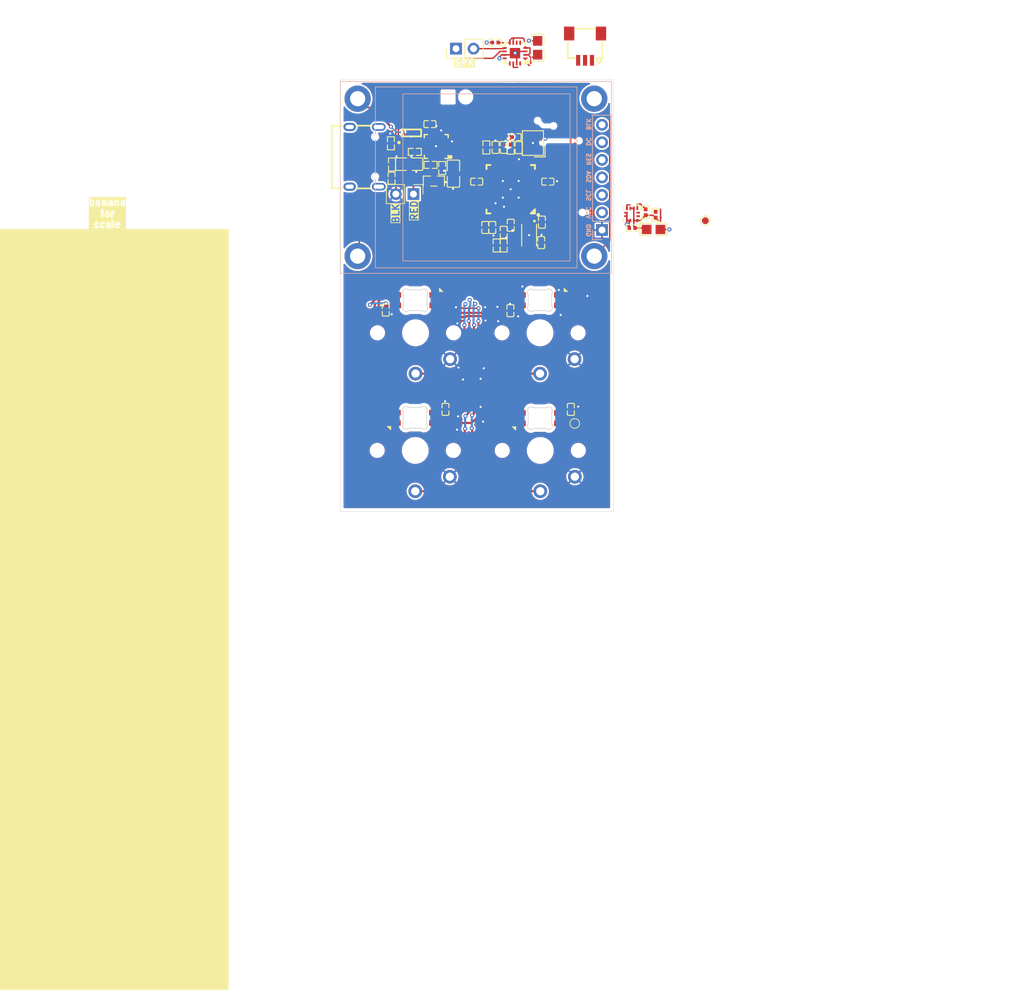
<source format=kicad_pcb>
(kicad_pcb (version 20241229) (generator "pcbnew") (generator_version "9.0")
  (layers (0 "F.Cu" signal) (2 "B.Cu" signal) (13 "F.Paste" user) (15 "B.Paste" user) (5 "F.SilkS" user "F.Silkscreen") (7 "B.SilkS" user "B.Silkscreen") (1 "F.Mask" user) (3 "B.Mask" user) (25 "Edge.Cuts" user))
  (net 0 "")
  (net 1 "VBAT")
  (net 2 "GND")
  (net 3 "+5V")
  (net 4 "VBUS")
  (net 5 "+3V3")
  (net 6 "Net-(USB1-CC1)")
  (net 7 "Net-(USB1-CC2)")
  (net 8 "Net-(U1-ILIM)")
  (net 9 "Net-(U1-ISET)")
  (net 13 "DP")
  (net 14 "DN")
  (net 21 "Net-(U3-USB_DP)")
  (net 22 "Net-(U3-USB_DM)")
  (net 23 "Net-(U3-QSPI_SS)")
  (net 24 "Net-(U3-QSPI_SD1)")
  (net 25 "Net-(X1-OSC2)")
  (net 26 "Net-(U3-QSPI_SCLK)")
  (net 31 "XIN")
  (net 32 "Net-(U3-QSPI_SD0)")
  (net 33 "Net-(U3-QSPI_SD3)")
  (net 34 "Net-(U3-QSPI_SD2)")
  (net 35 "BTN1")
  (net 36 "Net-(LED1-DOUT)")
  (net 37 "LED")
  (net 38 "Net-(LED2-DOUT)")
  (net 39 "Net-(LED3-DOUT)")
  (net 40 "Net-(LED4-DOUT)")
  (net 41 "BTN2")
  (net 42 "BTN3")
  (net 43 "BTN4")
  (net 44 "+1V1")
  (net 45 "Net-(U3-RUN)")
  (net 46 "XOUT")
  (net 48 "Net-(U3-SWD)")
  (net 49 "Net-(U3-SWCLK)")
  (net 52 "SDA")
  (net 53 "SCL")
  (net 54 "Net-(U1-SYSOFF)")
  (net 56 "SOFTPOWER")
  (net 57 "SPIRESET")
  (net 58 "SPIDATA")
  (net 59 "SPIDC")
  (net 60 "SPIBLK")
  (net 61 "SPICLK")
  (net 64 "BCLK")
  (net 67 "SPK+")
  (net 68 "AUDIO")
  (net 69 "LRCLK")
  (net 72 "SPK-")
  (net 73 "TB")
  (net 74 "TA")
  (net 75 "TC")
  (net 76 "TD")
  (net 80 "Net-(U3-GPIO5)")
  (footprint "easyeda2kicad:LQFN-56_L7.0-W7.0-P0.4-EP" (layer "F.Cu") (at 142.7802 18.694 180)
    (property "Reference" "U3" (hide yes))
    (property "Value" "RP2040")
  )
  (footprint "easyeda2kicad:C0402" (layer "F.Cu") (at 141.7732 12.6311 -90)
    (property "Reference" "C15" (hide yes))
    (property "Value" "100n")
  )
  (footprint "TestPoint:TestPoint_Pad_D1.0mm" (layer "F.Cu") (at 170.942 23.241)
    (property "Reference" "TP2" (hide yes))
    (property "Value" "TestPoint")
  )
  (footprint "easyeda2kicad:CONN-SMD_SM03B-SRSS-TB-LF-SN-P" (layer "F.Cu") (at 153.543 -1.905 180)
    (property "Reference" "U5" (hide yes))
    (property "Value" "SM03B-SRSS-TB(LF)(SN)(P)")
  )
  (footprint "easyeda2kicad:C0402" (layer "F.Cu") (at 124.714 36.1696 90)
    (property "Reference" "C8" (hide yes))
    (property "Value" "100n")
  )
  (footprint "easyeda2kicad:C0402" (layer "F.Cu") (at 143.4242 11.147)
    (property "Reference" "C19" (hide yes))
    (property "Value" "18p")
  )
  (footprint "PCM_marbastlib-choc:LED_choc_6028R" (layer "F.Cu") (at 128.9812 34.7472)
    (property "Reference" "LED2" (hide yes))
    (property "Value" "choc_SK6812MINI-E")
    (fp_line (start -1.699999 -0.702841) (end -1.699999 0.702843) (stroke (width 0.1)) (layer "Edge.Cuts"))
    (fp_line (start -0.794452 1.5) (end 0.794453 1.5) (stroke (width 0.1)) (layer "Edge.Cuts"))
    (fp_line (start 0.794452 -1.499999) (end -0.794452 -1.499999) (stroke (width 0.1)) (layer "Edge.Cuts"))
    (fp_line (start 1.699999 0.702843) (end 1.699999 -0.702841) (stroke (width 0.1)) (layer "Edge.Cuts"))
    (fp_arc (start -1.749484 -0.919719) (mid -1.712527 -0.814067) (end -1.699999 -0.702842) (stroke (width 0.1)) (layer "Edge.Cuts"))
    (fp_arc (start -1.749484 -0.919719) (mid -1.63807 -1.504033) (end -1.046711 -1.568296) (stroke (width 0.1)) (layer "Edge.Cuts"))
    (fp_arc (start -1.699999 0.702843) (mid -1.712527 0.814069) (end -1.749484 0.919721) (stroke (width 0.1)) (layer "Edge.Cuts"))
    (fp_arc (start -1.046711 1.5683) (mid -1.638071 1.504036) (end -1.749484 0.919721) (stroke (width 0.1)) (layer "Edge.Cuts"))
    (fp_arc (start -1.046711 1.5683) (mid -0.925123 1.517378) (end -0.794453 1.500001) (stroke (width 0.1)) (layer "Edge.Cuts"))
    (fp_arc (start -0.794452 -1.499999) (mid -0.925122 -1.517376) (end -1.04671 -1.568298) (stroke (width 0.1)) (layer "Edge.Cuts"))
    (fp_arc (start 0.794453 1.5) (mid 0.925123 1.517377) (end 1.046711 1.568299) (stroke (width 0.1)) (layer "Edge.Cuts"))
    (fp_arc (start 1.046711 -1.568298) (mid 0.925123 -1.517376) (end 0.794452 -1.499999) (stroke (width 0.1)) (layer "Edge.Cuts"))
    (fp_arc (start 1.046711 -1.568298) (mid 1.638072 -1.504034) (end 1.749484 -0.919718) (stroke (width 0.1)) (layer "Edge.Cuts"))
    (fp_arc (start 1.699999 -0.702841) (mid 1.712527 -0.814067) (end 1.749484 -0.919719) (stroke (width 0.1)) (layer "Edge.Cuts"))
    (fp_arc (start 1.749484 0.919721) (mid 1.638071 1.504035) (end 1.046711 1.568299) (stroke (width 0.1)) (layer "Edge.Cuts"))
    (fp_arc (start 1.749484 0.919721) (mid 1.712527 0.814069) (end 1.699999 0.702844) (stroke (width 0.1)) (layer "Edge.Cuts"))
  )
  (footprint "easyeda2kicad:R0402" (layer "F.Cu") (at 132.878198 15.621805 90)
    (property "Reference" "R4" (hide yes))
    (property "Value" "1K")
  )
  (footprint "Connector_PinHeader_2.54mm:PinHeader_1x02_P2.54mm_Vertical" (layer "F.Cu") (at 134.874 -1.651 90)
    (property "Reference" "J3" (hide yes))
    (property "Value" "2pin")
  )
  (footprint "easyeda2kicad:OSC-SMD_4P-L2.5-W2.0-BL" (layer "F.Cu") (at 145.998402 12.006898 90)
    (property "Reference" "X1" (hide yes))
    (property "Value" "TXM12M0004252FBCEO00T")
  )
  (footprint "easyeda2kicad:C0402" (layer "F.Cu") (at 147.3046 23.4515 90)
    (property "Reference" "C16" (hide yes))
    (property "Value" "100n")
  )
  (footprint "easyeda2kicad:R0402" (layer "F.Cu") (at 163.757711 22.382611 90)
    (property "Reference" "R9" (hide yes))
    (property "Value" "5.1K")
  )
  (footprint "easyeda2kicad:C0402" (layer "F.Cu") (at 147.2022 26.4058 -90)
    (property "Reference" "C5" (hide yes))
    (property "Value" "100n")
  )
  (footprint "easyeda2kicad:R0402" (layer "F.Cu") (at 128.915798 13.285005)
    (property "Reference" "R3" (hide yes))
    (property "Value" "1K")
  )
  (footprint "easyeda2kicad:C0402" (layer "F.Cu") (at 148.157402 17.594898 180)
    (property "Reference" "C12" (hide yes))
    (property "Value" "100n")
  )
  (footprint "easyeda2kicad:C0805" (layer "F.Cu") (at 134.503798 16.434605 90)
    (property "Reference" "C1" (hide yes))
    (property "Value" "10u")
  )
  (footprint "easyeda2kicad:USB-C-SMD_TYPE-C-6PIN-2MD-073" (layer "F.Cu") (at 121.875398 13.998198 -90)
    (property "Reference" "USB1" (hide yes))
    (property "Value" "TYPE-C 16PIN 2MD(073)")
  )
  (footprint "easyeda2kicad:R0402" (layer "F.Cu") (at 125.461398 12.038598 -90)
    (property "Reference" "R1" (hide yes))
    (property "Value" "5.1K")
  )
  (footprint "Connector_PinHeader_2.54mm:PinHeader_1x02_P2.54mm_Vertical" (layer "F.Cu") (at 128.717598 19.390998 -90)
    (property "Reference" "J1" (hide yes))
    (property "Value" "2pin")
  )
  (footprint "easyeda2kicad:LGA-12_L2.0-W2.0-P0.50-BL" (layer "F.Cu") (at 160.343787 22.336313 180)
    (property "Reference" "U6" (hide yes))
    (property "Value" "LIS2DW12TR")
  )
  (footprint "easyeda2kicad:R0402" (layer "F.Cu") (at 131.201798 15.164605 180)
    (property "Reference" "R11" (hide yes))
    (property "Value" "1M")
  )
  (footprint "easyeda2kicad:R0402" (layer "F.Cu") (at 141.7732 26.825915 -90)
    (property "Reference" "R5" (hide yes))
    (property "Value" "33")
  )
  (footprint "easyeda2kicad:C0805" (layer "F.Cu") (at 146.685 -1.778 90)
    (property "Reference" "C24" (hide yes))
    (property "Value" "10u")
  )
  (footprint "easyeda2kicad:C0402" (layer "F.Cu") (at 133.35 50.546 -90)
    (property "Reference" "C6" (hide yes))
    (property "Value" "100n")
  )
  (footprint "easyeda2kicad:R0402" (layer "F.Cu") (at 162.306 22.02 90)
    (property "Reference" "R10" (hide yes))
    (property "Value" "5.1K")
  )
  (footprint "easyeda2kicad:C0402" (layer "F.Cu") (at 140.599 12.6311 -90)
    (property "Reference" "C18" (hide yes))
    (property "Value" "100n")
  )
  (footprint "easyeda2kicad:C0402" (layer "F.Cu") (at 125.562998 17.091398 90)
    (property "Reference" "C3" (hide yes))
    (property "Value" "1u")
  )
  (footprint "TestPoint:TestPoint_Pad_D1.0mm" (layer "F.Cu") (at 152.0444 52.578)
    (property "Reference" "TP1" (hide yes))
    (property "Value" "TestPoint")
  )
  (footprint "easyeda2kicad:C0402" (layer "F.Cu") (at 160.355787 24.299113)
    (property "Reference" "C21" (hide yes))
    (property "Value" "100n")
  )
  (footprint "easyeda2kicad:C0805" (layer "F.Cu") (at 128.102998 15.063005 180)
    (property "Reference" "C2" (hide yes))
    (property "Value" "10u")
  )
  (footprint "easyeda2kicad:C0402" (layer "F.Cu") (at 140.1222 24.228 -90)
    (property "Reference" "C10" (hide yes))
    (property "Value" "1u")
  )
  (footprint "PCM_marbastlib-choc:LED_choc_6028R" (layer "F.Cu") (at 147.0152 34.7472)
    (property "Reference" "LED1" (hide yes))
    (property "Value" "choc_SK6812MINI-E")
    (fp_line (start -1.699999 -0.702841) (end -1.699999 0.702843) (stroke (width 0.1)) (layer "Edge.Cuts"))
    (fp_line (start -0.794452 1.5) (end 0.794453 1.5) (stroke (width 0.1)) (layer "Edge.Cuts"))
    (fp_line (start 0.794452 -1.499999) (end -0.794452 -1.499999) (stroke (width 0.1)) (layer "Edge.Cuts"))
    (fp_line (start 1.699999 0.702843) (end 1.699999 -0.702841) (stroke (width 0.1)) (layer "Edge.Cuts"))
    (fp_arc (start -1.749484 -0.919719) (mid -1.712527 -0.814067) (end -1.699999 -0.702842) (stroke (width 0.1)) (layer "Edge.Cuts"))
    (fp_arc (start -1.749484 -0.919719) (mid -1.63807 -1.504033) (end -1.046711 -1.568296) (stroke (width 0.1)) (layer "Edge.Cuts"))
    (fp_arc (start -1.699999 0.702843) (mid -1.712527 0.814069) (end -1.749484 0.919721) (stroke (width 0.1)) (layer "Edge.Cuts"))
    (fp_arc (start -1.046711 1.5683) (mid -1.638071 1.504036) (end -1.749484 0.919721) (stroke (width 0.1)) (layer "Edge.Cuts"))
    (fp_arc (start -1.046711 1.5683) (mid -0.925123 1.517378) (end -0.794453 1.500001) (stroke (width 0.1)) (layer "Edge.Cuts"))
    (fp_arc (start -0.794452 -1.499999) (mid -0.925122 -1.517376) (end -1.04671 -1.568298) (stroke (width 0.1)) (layer "Edge.Cuts"))
    (fp_arc (start 0.794453 1.5) (mid 0.925123 1.517377) (end 1.046711 1.568299) (stroke (width 0.1)) (layer "Edge.Cuts"))
    (fp_arc (start 1.046711 -1.568298) (mid 0.925123 -1.517376) (end 0.794452 -1.499999) (stroke (width 0.1)) (layer "Edge.Cuts"))
    (fp_arc (start 1.046711 -1.568298) (mid 1.638072 -1.504034) (end 1.749484 -0.919718) (stroke (width 0.1)) (layer "Edge.Cuts"))
    (fp_arc (start 1.699999 -0.702841) (mid 1.712527 -0.814067) (end 1.749484 -0.919719) (stroke (width 0.1)) (layer "Edge.Cuts"))
    (fp_arc (start 1.749484 0.919721) (mid 1.638071 1.504035) (end 1.046711 1.568299) (stroke (width 0.1)) (layer "Edge.Cuts"))
    (fp_arc (start 1.749484 0.919721) (mid 1.712527 0.814069) (end 1.699999 0.702844) (stroke (width 0.1)) (layer "Edge.Cuts"))
  )
  (footprint "easyeda2kicad:C0402" (layer "F.Cu") (at 151.4856 50.546 -90)
    (property "Reference" "C7" (hide yes))
    (property "Value" "100n")
  )
  (footprint "PCM_marbastlib-choc:LED_choc_6028R-ROT" (layer "F.Cu") (at 128.9304 51.7652)
    (property "Reference" "LED3" (hide yes))
    (property "Value" "choc_SK6812MINI-E")
    (fp_line (start -1.699999 -0.702843) (end -1.699999 0.702841) (stroke (width 0.1)) (layer "Edge.Cuts"))
    (fp_line (start -0.794452 1.499999) (end 0.794452 1.499999) (stroke (width 0.1)) (layer "Edge.Cuts"))
    (fp_line (start 0.794452 -1.5) (end -0.794453 -1.5) (stroke (width 0.1)) (layer "Edge.Cuts"))
    (fp_line (start 1.699999 0.702841) (end 1.699999 -0.702843) (stroke (width 0.1)) (layer "Edge.Cuts"))
    (fp_arc (start -1.749484 -0.919721) (mid -1.712527 -0.814069) (end -1.699999 -0.702844) (stroke (width 0.1)) (layer "Edge.Cuts"))
    (fp_arc (start -1.749484 -0.919721) (mid -1.63807 -1.504035) (end -1.046711 -1.568299) (stroke (width 0.1)) (layer "Edge.Cuts"))
    (fp_arc (start -1.699999 0.702841) (mid -1.712527 0.814067) (end -1.749484 0.919719) (stroke (width 0.1)) (layer "Edge.Cuts"))
    (fp_arc (start -1.046711 1.568298) (mid -1.638072 1.504034) (end -1.749484 0.919718) (stroke (width 0.1)) (layer "Edge.Cuts"))
    (fp_arc (start -1.046711 1.568298) (mid -0.925123 1.517376) (end -0.794452 1.499999) (stroke (width 0.1)) (layer "Edge.Cuts"))
    (fp_arc (start -0.794453 -1.5) (mid -0.925123 -1.517377) (end -1.046711 -1.568299) (stroke (width 0.1)) (layer "Edge.Cuts"))
    (fp_arc (start 0.794452 1.499999) (mid 0.925122 1.517376) (end 1.04671 1.568298) (stroke (width 0.1)) (layer "Edge.Cuts"))
    (fp_arc (start 1.046711 -1.5683) (mid 0.925123 -1.517378) (end 0.794453 -1.500001) (stroke (width 0.1)) (layer "Edge.Cuts"))
    (fp_arc (start 1.046711 -1.5683) (mid 1.638071 -1.504036) (end 1.749484 -0.919721) (stroke (width 0.1)) (layer "Edge.Cuts"))
    (fp_arc (start 1.699999 -0.702843) (mid 1.712527 -0.814069) (end 1.749484 -0.919721) (stroke (width 0.1)) (layer "Edge.Cuts"))
    (fp_arc (start 1.749484 0.919719) (mid 1.63807 1.504033) (end 1.046711 1.568296) (stroke (width 0.1)) (layer "Edge.Cuts"))
    (fp_arc (start 1.749484 0.919719) (mid 1.712527 0.814067) (end 1.699999 0.702842) (stroke (width 0.1)) (layer "Edge.Cuts"))
  )
  (footprint "easyeda2kicad:R0402" (layer "F.Cu") (at 140.7572 26.825915 -90)
    (property "Reference" "R6" (hide yes))
    (property "Value" "33")
  )
  (footprint "easyeda2kicad:C0402" (layer "F.Cu") (at 141.7732 24.9138 90)
    (property "Reference" "C14" (hide yes))
    (property "Value" "100n")
  )
  (footprint "easyeda2kicad:C0402" (layer "F.Cu") (at 139.1062 24.228 90)
    (property "Reference" "C11" (hide yes))
    (property "Value" "1u")
  )
  (footprint "PCM_marbastlib-choc:LED_choc_6028R-ROT" (layer "F.Cu") (at 147.0152 51.816)
    (property "Reference" "LED4" (hide yes))
    (property "Value" "choc_SK6812MINI-E")
    (fp_line (start -1.699999 -0.702843) (end -1.699999 0.702841) (stroke (width 0.1)) (layer "Edge.Cuts"))
    (fp_line (start -0.794452 1.499999) (end 0.794452 1.499999) (stroke (width 0.1)) (layer "Edge.Cuts"))
    (fp_line (start 0.794452 -1.5) (end -0.794453 -1.5) (stroke (width 0.1)) (layer "Edge.Cuts"))
    (fp_line (start 1.699999 0.702841) (end 1.699999 -0.702843) (stroke (width 0.1)) (layer "Edge.Cuts"))
    (fp_arc (start -1.749484 -0.919721) (mid -1.712527 -0.814069) (end -1.699999 -0.702844) (stroke (width 0.1)) (layer "Edge.Cuts"))
    (fp_arc (start -1.749484 -0.919721) (mid -1.63807 -1.504035) (end -1.046711 -1.568299) (stroke (width 0.1)) (layer "Edge.Cuts"))
    (fp_arc (start -1.699999 0.702841) (mid -1.712527 0.814067) (end -1.749484 0.919719) (stroke (width 0.1)) (layer "Edge.Cuts"))
    (fp_arc (start -1.046711 1.568298) (mid -1.638072 1.504034) (end -1.749484 0.919718) (stroke (width 0.1)) (layer "Edge.Cuts"))
    (fp_arc (start -1.046711 1.568298) (mid -0.925123 1.517376) (end -0.794452 1.499999) (stroke (width 0.1)) (layer "Edge.Cuts"))
    (fp_arc (start -0.794453 -1.5) (mid -0.925123 -1.517377) (end -1.046711 -1.568299) (stroke (width 0.1)) (layer "Edge.Cuts"))
    (fp_arc (start 0.794452 1.499999) (mid 0.925122 1.517376) (end 1.04671 1.568298) (stroke (width 0.1)) (layer "Edge.Cuts"))
    (fp_arc (start 1.046711 -1.5683) (mid 0.925123 -1.517378) (end 0.794453 -1.500001) (stroke (width 0.1)) (layer "Edge.Cuts"))
    (fp_arc (start 1.046711 -1.5683) (mid 1.638071 -1.504036) (end 1.749484 -0.919721) (stroke (width 0.1)) (layer "Edge.Cuts"))
    (fp_arc (start 1.699999 -0.702843) (mid 1.712527 -0.814069) (end 1.749484 -0.919721) (stroke (width 0.1)) (layer "Edge.Cuts"))
    (fp_arc (start 1.749484 0.919719) (mid 1.63807 1.504033) (end 1.046711 1.568296) (stroke (width 0.1)) (layer "Edge.Cuts"))
    (fp_arc (start 1.749484 0.919719) (mid 1.712527 0.814067) (end 1.699999 0.702842) (stroke (width 0.1)) (layer "Edge.Cuts"))
  )
  (footprint "easyeda2kicad:TQFN-16_L3.0-W3.0-P0.50-BL-EP1.5" (layer "F.Cu") (at 143.407 -1.004 90)
    (property "Reference" "U7" (hide yes))
    (property "Value" "MAX98357AETE+T")
  )
  (footprint "easyeda2kicad:C0402" (layer "F.Cu") (at 137.870402 17.594898)
    (property "Reference" "C13" (hide yes))
    (property "Value" "100n")
  )
  (footprint "easyeda2kicad:C0402" (layer "F.Cu") (at 142.748 36.2712 -90)
    (property "Reference" "C9" (hide yes))
    (property "Value" "100n")
  )
  (footprint "easyeda2kicad:SOT-23-3_L2.9-W1.3-P1.90-LS2.4-BL-1" (layer "F.Cu") (at 131.674198 17.517405)
    (property "Reference" "D1" (hide yes))
    (property "Value" "BAW56")
  )
  (footprint "easyeda2kicad:SOT-25-5_L2.9-W1.6-P0.95-LS2.8-BL" (layer "F.Cu") (at 128.407798 10.541805)
    (property "Reference" "U2" (hide yes))
    (property "Value" "AP2112K-3.3TRG1")
  )
  (footprint "easyeda2kicad:C0805" (layer "F.Cu") (at 163.449 24.511)
    (property "Reference" "C22" (hide yes))
    (property "Value" "10u")
  )
  (footprint "easyeda2kicad:R0402" (layer "F.Cu") (at 139.267402 12.641898 -90)
    (property "Reference" "R7" (hide yes))
    (property "Value" "5.1K")
  )
  (footprint "easyeda2kicad:C0402" (layer "F.Cu") (at 140.55 -2.54)
    (property "Reference" "C23" (hide yes))
    (property "Value" "100n")
  )
  (footprint "easyeda2kicad:R0402" (layer "F.Cu") (at 125.613798 15.110198 -90)
    (property "Reference" "R2" (hide yes))
    (property "Value" "5.1K")
  )
  (footprint "easyeda2kicad:C0402" (layer "F.Cu") (at 143.9322 12.671 -90)
    (property "Reference" "C20" (hide yes))
    (property "Value" "18p")
  )
  (footprint "easyeda2kicad:C0402" (layer "F.Cu") (at 142.7892 23.8978 90)
    (property "Reference" "C17" (hide yes))
    (property "Value" "100n")
  )
  (footprint "easyeda2kicad:R0402" (layer "F.Cu") (at 142.7892 12.671 90)
    (property "Reference" "R8" (hide yes))
    (property "Value" "1K")
  )
  (footprint "easyeda2kicad:USON-8_L3.0-W2.0-P0.50-BL-EP" (layer "F.Cu") (at 145.4562 25.3311 180)
    (property "Reference" "U4" (hide yes))
    (property "Value" "W25Q16JVUXIQ")
  )
  (footprint "easyeda2kicad:C0402" (layer "F.Cu") (at 131.100198 9.271805 180)
    (property "Reference" "C4" (hide yes))
    (property "Value" "1u")
  )
  (footprint "easyeda2kicad:QFN-16_L3.0-W3.0-P0.50-TL-EP1.7" (layer "F.Cu") (at 132.018598 12.499005 180)
    (property "Reference" "U1" (hide yes))
    (property "Value" "BQ24075RGTR")
  )
  (footprint "PCM_marbastlib-choc:SW_choc_v1_1u" (layer "B.Cu") (at 128.9812 56.4896 180)
    (property "Reference" "CH3" (hide yes))
    (property "Value" "choc_v1_SW_solder")
  )
  (footprint "plinky:tft 1.3" (layer "B.Cu") (at 157.37 30.868 90)
    (property "Reference" "J2" (hide yes))
    (property "Value" "1.3_tft")
  )
  (footprint "PCM_marbastlib-choc:SW_choc_v1_1u" (layer "B.Cu") (at 147.066 56.4896 180)
    (property "Reference" "CH4" (hide yes))
    (property "Value" "choc_v1_SW_solder")
  )
  (footprint "PCM_marbastlib-choc:SW_choc_v1_1u" (layer "B.Cu") (at 129.022 39.4716 180)
    (property "Reference" "CH2" (hide yes))
    (property "Value" "choc_v1_SW_solder")
  )
  (footprint "PCM_marbastlib-choc:SW_choc_v1_1u" (layer "B.Cu") (at 147.0288 39.4716 180)
    (property "Reference" "CH1" (hide yes))
    (property "Value" "choc_v1_SW_solder")
  )
  (gr_rect (start 68.971 24.502) (end 101.971 134.502) (stroke (width 0.1)) (fill yes) (layer "F.SilkS"))
  (gr_rect (start 118.11 2.794) (end 157.6578 65.3288) (stroke (width 0.05)) (fill no) (layer "Edge.Cuts"))
  (gr_text "RED" (at 129.413 23.368 90) (layer "F.SilkS" knockout) (effects (font (size 1 1) (thickness 0.2) (bold yes)) (justify left bottom)))
  (gr_text "SPK" (at 134.493 1.016 0) (layer "F.SilkS" knockout) (effects (font (size 1 1) (thickness 0.2) (bold yes)) (justify left bottom)))
  (gr_text "BLK" (at 126.746 23.749 90) (layer "F.SilkS" knockout) (effects (font (size 1 1) (thickness 0.2) (bold yes)) (justify left bottom)))
  (gr_text "banana\nfor\nscale" (at 84.455 24.384 0) (layer "F.SilkS" knockout) (effects (font (size 1 1) (thickness 0.2) (bold yes)) (justify bottom)))
  (segment (start 133.518598 12.749005) (end 133.518598 12.249005) (width 0.2032) (layer "F.Cu") (net 1))
  (segment (start 129.933191 17.122205) (end 130.771798 17.122205) (width 0.2032) (layer "F.Cu") (net 1))
  (segment (start 134.503798 15.621805) (end 134.503798 15.434605) (width 0.2032) (layer "F.Cu") (net 1))
  (segment (start 134.503798 13.390591) (end 134.503798 15.434605) (width 0.2032) (layer "F.Cu") (net 1))
  (segment (start 128.717598 19.390998) (end 128.717598 18.337798) (width 0.2032) (layer "F.Cu") (net 1))
  (segment (start 128.717598 18.337798) (end 129.933191 17.122205) (width 0.2032) (layer "F.Cu") (net 1))
  (segment (start 133.518598 12.749005) (end 133.862212 12.749005) (width 0.2032) (layer "F.Cu") (net 1))
  (segment (start 130.885798 17.236205) (end 131.100198 17.450605) (width 0.2032) (layer "F.Cu") (net 1))
  (segment (start 130.771798 15.164605) (end 130.771798 17.122205) (width 0.2032) (layer "F.Cu") (net 1))
  (segment (start 131.100198 17.450605) (end 132.674998 17.450605) (width 0.2032) (layer "F.Cu") (net 1))
  (segment (start 130.771798 17.122205) (end 130.885798 17.236205) (width 0.2032) (layer "F.Cu") (net 1))
  (segment (start 133.862212 12.749005) (end 134.503798 13.390591) (width 0.2032) (layer "F.Cu") (net 1))
  (segment (start 132.674998 17.450605) (end 134.503798 15.621805) (width 0.2032) (layer "F.Cu") (net 1))
  (segment (start 129.102998 14.691405) (end 128.407798 13.996205) (width 0.2032) (layer "F.Cu") (net 2))
  (segment (start 140.1222 25.2186) (end 140.2934 25.3898) (width 0.2032) (layer "F.Cu") (net 2))
  (segment (start 143.0042 11.167) (end 142.473013 11.698187) (width 0.2) (layer "F.Cu") (net 2))
  (segment (start 144.7614 24.6363) (end 145.4562 25.3311) (width 0.2032) (layer "F.Cu") (net 2))
  (segment (start 128.407798 11.841805) (end 128.407798 14.367805) (width 0.2032) (layer "F.Cu") (net 2))
  (segment (start 143.0042 11.147) (end 142.852504 11.147) (width 0.2032) (layer "F.Cu") (net 2))
  (segment (start 145.146198 13.137898) (end 145.3894 13.137898) (width 0.2) (layer "F.Cu") (net 2))
  (segment (start 124.650998 10.798198) (end 124.255398 10.798198) (width 0.2032) (layer "F.Cu") (net 2))
  (segment (start 131.768598 12.749005) (end 132.018598 12.499005) (width 0.2032) (layer "F.Cu") (net 2))
  (segment (start 143.657 -0.754) (end 143.407 -1.004) (width 0.2032) (layer "F.Cu") (net 2))
  (segment (start 134.288598 11.749005) (end 134.300598 11.761005) (width 0.2032) (layer "F.Cu") (net 2))
  (segment (start 132.90341 16.026593) (end 133.163504 16.026593) (width 0.2032) (layer "F.Cu") (net 2))
  (segment (start 141.7732 12.180183) (end 141.807739 12.145644) (width 0.2) (layer "F.Cu") (net 2))
  (segment (start 142.141559 25.342291) (end 142.141559 25.667999) (width 0.2032) (layer "F.Cu") (net 2))
  (segment (start 143.157 -0.754) (end 143.407 -1.004) (width 0.2032) (layer "F.Cu") (net 2))
  (segment (start 133.35 49.4284) (end 133.2992 49.3776) (width 0.2032) (layer "F.Cu") (net 2))
  (segment (start 164.449 24.511) (end 165.735 24.511) (width 0.2032) (layer "F.Cu") (net 2))
  (segment (start 132.768598 10.229005) (end 132.725798 10.186205) (width 0.2032) (layer "F.Cu") (net 2))
  (segment (start 141.7732 12.2111) (end 141.7732 11.958354) (width 0.2) (layer "F.Cu") (net 2))
  (segment (start 125.388 36.5896) (end 125.5776 36.7792) (width 0.2032) (layer "F.Cu") (net 2))
  (segment (start 141.907 -0.754) (end 141.472 -0.754) (width 0.2032) (layer "F.Cu") (net 2))
  (segment (start 159.935787 23.374313) (end 160.093787 23.216313) (width 0.2032) (layer "F.Cu") (net 2))
  (segment (start 134.503798 17.434605) (end 134.503798 18.568205) (width 0.2032) (layer "F.Cu") (net 2))
  (segment (start 124.255398 10.798198) (end 125.201398 10.798198) (width 0.2032) (layer "F.Cu") (net 2))
  (segment (start 145.248402 12.716898) (end 146.748402 11.216898) (width 0.2032) (layer "F.Cu") (net 2))
  (segment (start 145.248402 12.956898) (end 145.248402 12.716898) (width 0.2032) (layer "F.Cu") (net 2))
  (segment (start 144.542504 12.251) (end 143.9322 12.251) (width 0.2032) (layer "F.Cu") (net 2))
  (segment (start 128.407798 14.367805) (end 128.407798 13.894605) (width 0.2032) (layer "F.Cu") (net 2))
  (segment (start 146.748402 11.056898) (end 147.461402 11.056898) (width 0.2032) (layer "F.Cu") (net 2))
  (segment (start 143.657 0.496) (end 143.657 -0.754) (width 0.2032) (layer "F.Cu") (net 2))
  (segment (start 147.3046 23.8715) (end 147.3046 25.2295) (width 0.2032) (layer "F.Cu") (net 2))
  (segment (start 142.7892 24.3178) (end 142.7892 24.36686) (width 0.2032) (layer "F.Cu") (net 2))
  (segment (start 129.102998 15.063005) (end 129.102998 14.691405) (width 0.2032) (layer "F.Cu") (net 2))
  (segment (start 159.935787 24.299113) (end 159.935787 23.791113) (width 0.2032) (layer "F.Cu") (net 2))
  (segment (start 131.768598 13.999005) (end 131.768598 12.749005) (width 0.2032) (layer "F.Cu") (net 2))
  (segment (start 145.0993 13.091) (end 145.146198 13.137898) (width 0.2) (layer "F.Cu") (net 2))
  (segment (start 142.133068 25.3338) (end 142.141559 25.342291) (width 0.2032) (layer "F.Cu") (net 2))
  (segment (start 143.425 -1.022) (end 143.407 -1.004) (width 0.2032) (layer "F.Cu") (net 2))
  (segment (start 148.577402 17.594898) (end 149.410102 17.594898) (width 0.2032) (layer "F.Cu") (net 2))
  (segment (start 131.268598 10.999005) (end 131.268598 11.749005) (width 0.2032) (layer "F.Cu") (net 2))
  (segment (start 128.407798 11.054005) (end 128.407798 11.841805) (width 0.2032) (layer "F.Cu") (net 2))
  (segment (start 139.1062 24.648) (end 140.1222 24.648) (width 0.2032) (layer "F.Cu") (net 2))
  (segment (start 132.768598 10.999005) (end 132.768598 11.749005) (width 0.2032) (layer "F.Cu") (net 2))
  (segment (start 141.907 -0.754) (end 143.157 -0.754) (width 0.2032) (layer "F.Cu") (net 2))
  (segment (start 125.201398 10.798198) (end 125.359798 10.639798) (width 0.2032) (layer "F.Cu") (net 2))
  (segment (start 147.2022 25.9858) (end 145.861 25.9858) (width 0.2032) (layer "F.Cu") (net 2))
  (segment (start 125.461398 11.608598) (end 124.650998 10.798198) (width 0.2032) (layer "F.Cu") (net 2))
  (segment (start 141.7732 12.2111) (end 141.7732 12.180183) (width 0.2) (layer "F.Cu") (net 2))
  (segment (start 143.7802 15.264) (end 143.7802 14.549101) (width 0.2) (layer "F.Cu") (net 2))
  (segment (start 134.503798 18.568205) (end 134.452998 18.619005) (width 0.2032) (layer "F.Cu") (net 2))
  (segment (start 133.518598 13.249005) (end 132.768598 13.249005) (width 0.2032) (layer "F.Cu") (net 2))
  (segment (start 149.7402 33.9972) (end 149.7402 33.274) (width 0.2032) (layer "F.Cu") (net 2))
  (segment (start 131.268598 11.749005) (end 131.977798 12.458205) (width 0.2032) (layer "F.Cu") (net 2))
  (segment (start 129.102998 15.063005) (end 129.102998 16.159005) (width 0.2032) (layer "F.Cu") (net 2))
  (segment (start 159.935787 23.791113) (end 159.593787 23.791113) (width 0.2032) (layer "F.Cu") (net 2))
  (segment (start 144.7614 23.8763) (end 144.7614 24.6363) (width 0.2032) (layer "F.Cu") (net 2))
  (segment (start 146.685 -2.778) (end 145.431 -2.778) (width 0.2032) (layer "F.Cu") (net 2))
  (segment (start 146.748402 11.216898) (end 146.748402 11.056898) (width 0.2032) (layer "F.Cu") (net 2))
  (segment (start 131.520198 9.271805) (end 131.753496 9.271805) (width 0.2032) (layer "F.Cu") (net 2))
  (segment (start 126.177598 19.390998) (end 126.177598 18.125998) (width 0.2032) (layer "F.Cu") (net 2))
  (segment (start 132.878198 16.051805) (end 132.90341 16.026593) (width 0.2032) (layer "F.Cu") (net 2))
  (segment (start 147.461402 11.056898) (end 147.776402 11.371898) (width 0.2032) (layer "F.Cu") (net 2))
  (segment (start 124.255398 17.198198) (end 125.249798 17.198198) (width 0.2032) (layer "F.Cu") (net 2))
  (segment (start 141.7732 11.958354) (end 142.033367 11.698187) (width 0.2) (layer "F.Cu") (net 2))
  (segment (start 149.410102 17.594898) (end 149.479 17.526) (width 0.2032) (layer "F.Cu") (net 2))
  (segment (start 132.768598 11.749005) (end 132.018598 12.499005) (width 0.2032) (layer "F.Cu") (net 2))
  (segment (start 133.518598 11.749005) (end 134.288598 11.749005) (width 0.2032) (layer "F.Cu") (net 2))
  (segment (start 145.248402 12.956898) (end 144.542504 12.251) (width 0.2032) (layer "F.Cu") (net 2))
  (segment (start 131.977798 12.458205) (end 132.018598 12.499005) (width 0.2032) (layer "F.Cu") (net 2))
  (segment (start 147.2022 25.9858) (end 147.2022 25.3319) (width 0.2032) (layer "F.Cu") (net 2))
  (segment (start 144.907 -1.254) (end 143.657 -1.254) (width 0.2032) (layer "F.Cu") (net 2))
  (segment (start 142.473013 11.698187) (end 142.033367 11.698187) (width 0.2) (layer "F.Cu") (net 2))
  (segment (start 145.431 -2.778) (end 145.415 -2.794) (width 0.2032) (layer "F.Cu") (net 2))
  (segment (start 142.748 35.8512) (end 142.748 35.306) (width 0.2032) (layer "F.Cu") (net 2))
  (segment (start 140.13 -2.54) (end 139.319 -2.54) (width 0.2032) (layer "F.Cu") (net 2))
  (segment (start 125.249798 17.198198) (end 125.562998 17.511398) (width 0.2032) (layer "F.Cu") (net 2))
  (segment (start 133.35 50.126) (end 133.35 49.4284) (width 0.2032) (layer "F.Cu") (net 2))
  (segment (start 145.4562 25.581) (end 145.4562 25.3311) (width 0.2032) (layer "F.Cu") (net 2))
  (segment (start 132.768598 10.999005) (end 132.768598 10.229005) (width 0.2032) (layer "F.Cu") (net 2))
  (segment (start 129.102998 16.159005) (end 129.118998 16.175005) (width 0.2032) (layer "F.Cu") (net 2))
  (segment (start 160.093787 23.216313) (end 159.593787 23.216313) (width 0.2032) (layer "F.Cu") (net 2))
  (segment (start 142.748 35.306) (end 142.6972 35.2552) (width 0.2032) (layer "F.Cu") (net 2))
  (segment (start 147.2022 25.3319) (end 147.2538 25.2803) (width 0.2032) (layer "F.Cu") (net 2))
  (segment (start 140.1222 24.648) (end 140.1222 25.2186) (width 0.2032) (layer "F.Cu") (net 2))
  (segment (start 147.3046 25.2295) (end 147.2538 25.2803) (width 0.2032) (layer "F.Cu") (net 2))
  (segment (start 140.599 11.634698) (end 140.5902 11.625898) (width 0.2) (layer "F.Cu") (net 2))
  (segment (start 151.4856 50.126) (end 152.5388 50.126) (width 0.2032) (layer "F.Cu") (net 2))
  (segment (start 152.5388 50.126) (end 152.5524 50.1396) (width 0.2032) (layer "F.Cu") (net 2))
  (segment (start 126.177598 18.125998) (end 125.562998 17.511398) (width 0.2032) (layer "F.Cu") (net 2))
  (segment (start 159.593787 22.216313) (end 159.463787 22.086313) (width 0.2032) (layer "F.Cu") (net 2))
  (segment (start 144.7062 23.8211) (end 144.7614 23.8763) (width 0.2032) (layer "F.Cu") (net 2))
  (segment (start 142.7892 24.36686) (end 143.036536 24.614196) (width 0.2032) (layer "F.Cu") (net 2))
  (segment (start 124.714 36.5896) (end 125.388 36.5896) (width 0.2032) (layer "F.Cu") (net 2))
  (segment (start 159.935787 23.791113) (end 159.935787 23.374313) (width 0.2032) (layer "F.Cu") (net 2))
  (segment (start 133.518598 11.749005) (end 132.768598 11.749005) (width 0.2032) (layer "F.Cu") (net 2))
  (segment (start 125.613798 14.680198) (end 126.274198 14.019798) (width 0.2032) (layer "F.Cu") (net 2))
  (segment (start 145.861 25.9858) (end 145.4562 25.581) (width 0.2032) (layer "F.Cu") (net 2))
  (segment (start 159.593787 23.216313) (end 159.593787 22.216313) (width 0.2032) (layer "F.Cu") (net 2))
  (segment (start 128.407798 14.367805) (end 128.407798 13.996205) (width 0.2032) (layer "F.Cu") (net 2))
  (segment (start 126.274198 14.019798) (end 126.274198 13.941798) (width 0.2032) (layer "F.Cu") (net 2))
  (segment (start 143.657 -1.254) (end 143.425 -1.022) (width 0.2032) (layer "F.Cu") (net 2))
  (segment (start 131.753496 9.271805) (end 132.034947 9.553256) (width 0.2032) (layer "F.Cu") (net 2))
  (segment (start 141.154598 -0.436598) (end 141.154598 -0.254) (width 0.2032) (layer "F.Cu") (net 2))
  (segment (start 141.472 -0.754) (end 141.154598 -0.436598) (width 0.2032) (layer "F.Cu") (net 2))
  (segment (start 140.599 12.2111) (end 140.599 11.634698) (width 0.2) (layer "F.Cu") (net 2))
  (segment (start 132.768598 13.249005) (end 132.018598 12.499005) (width 0.2032) (layer "F.Cu") (net 2))
  (segment (start 141.7732 25.3338) (end 142.133068 25.3338) (width 0.2032) (layer "F.Cu") (net 2))
  (segment (start 142.852504 11.147) (end 142.442402 10.736898) (width 0.2032) (layer "F.Cu") (net 2))
  (segment (start 143.7802 14.549101) (end 143.9802 14.349101) (width 0.2) (layer "F.Cu") (net 2))
  (via (at 141.6462 19.91) (size 0.6) (drill 0.3) (layers "F.Cu" "B.Cu") (net 2))
  (via (at 142.033367 11.698187) (size 0.6) (drill 0.3) (layers "F.Cu" "B.Cu") (net 2))
  (via (at 143.425 -1.022) (size 0.6) (drill 0.3) (layers "F.Cu" "B.Cu") (net 2))
  (via (at 138.8872 44.6024) (size 0.6) (drill 0.3) (layers "F.Cu" "B.Cu") (net 2))
  (via (at 138.43 46.1264) (size 0.6) (drill 0.3) (layers "F.Cu" "B.Cu") (net 2))
  (via (at 145.4562 25.3311) (size 0.6) (drill 0.3) (layers "F.Cu" "B.Cu") (net 2))
  (via (at 147.776402 11.371898) (size 0.6) (drill 0.3) (layers "F.Cu" "B.Cu") (net 2))
  (via (at 143.9322 19.91) (size 0.6) (drill 0.3) (layers "F.Cu" "B.Cu") (net 2))
  (via (at 153.8732 34.1376) (size 0.6) (drill 0.3) (layers "F.Cu" "B.Cu") (net 2))
  (via (at 141.154598 -0.254) (size 0.6) (drill 0.3) (layers "F.Cu" "B.Cu") (net 2))
  (via (at 149.7402 33.274) (size 0.6) (drill 0.3) (layers "F.Cu" "B.Cu") (net 2))
  (via (at 140.2934 25.3898) (size 0.6) (drill 0.3) (layers "F.Cu" "B.Cu") (net 2))
  (via (at 143.036536 24.614196) (size 0.6) (drill 0.3) (layers "F.Cu" "B.Cu") (net 2))
  (via (at 133.386198 17.663798) (size 0.6) (drill 0.3) (layers "F.Cu" "B.Cu") (net 2))
  (via (at 139.1412 37.6936) (size 0.6) (drill 0.3) (layers "F.Cu" "B.Cu") (net 2))
  (via (at 128.407798 13.996205) (size 0.6) (drill 0.3) (layers "F.Cu" "B.Cu") (net 2))
  (via (at 147.2538 25.2803) (size 0.6) (drill 0.3) (layers "F.Cu" "B.Cu") (net 2))
  (via (at 132.034947 9.553256) (size 0.6) (drill 0.3) (layers "F.Cu" "B.Cu") (net 2))
  (via (at 128.407798 11.054005) (size 0.6) (drill 0.3) (layers "F.Cu" "B.Cu") (net 2))
  (via (at 135.1788 51.562) (size 0.6) (drill 0.3) (layers "F.Cu" "B.Cu") (net 2))
  (via (at 142.141559 25.667999) (size 0.6) (drill 0.3) (layers "F.Cu" "B.Cu") (net 2))
  (via (at 143.9322 17.497) (size 0.6) (drill 0.3) (layers "F.Cu" "B.Cu") (net 2))
  (via (at 145.415 -2.794) (size 0.6) (drill 0.3) (layers "F.Cu" "B.Cu") (net 2))
  (via (at 143.8656 37.084) (size 0.6) (drill 0.3) (layers "F.Cu" "B.Cu") (net 2))
  (via (at 135.0772 38.1) (size 0.6) (drill 0.3) (layers "F.Cu" "B.Cu") (net 2))
  (via (at 142.442402 10.736898) (size 0.6) (drill 0.3) (layers "F.Cu" "B.Cu") (net 2))
  (via (at 149.479 17.526) (size 0.6) (drill 0.3) (layers "F.Cu" "B.Cu") (net 2))
  (via (at 135.89 46.228) (size 0.6) (drill 0.3) (layers "F.Cu" "B.Cu") (net 2))
  (via (at 133.2992 49.3776) (size 0.6) (drill 0.3) (layers "F.Cu" "B.Cu") (net 2))
  (via (at 144.4752 32.766) (size 0.6) (drill 0.3) (layers "F.Cu" "B.Cu") (net 2))
  (via (at 132.725798 10.186205) (size 0.6) (drill 0.3) (layers "F.Cu" "B.Cu") (net 2))
  (via (at 138.43 50.1904) (size 0.6) (drill 0.3) (layers "F.Cu" "B.Cu") (net 2))
  (via (at 165.735 24.511) (size 0.6) (drill 0.3) (layers "F.Cu" "B.Cu") (net 2))
  (via (at 133.163504 16.026593) (size 0.6) (drill 0.3) (layers "F.Cu" "B.Cu") (net 2))
  (via (at 142.7802 18.694) (size 0.6) (drill 0.3) (layers "F.Cu" "B.Cu") (net 2))
  (via (at 140.8684 35.7124) (size 0.6) (drill 0.3) (layers "F.Cu" "B.Cu") (net 2))
  (via (at 134.452998 18.619005) (size 0.6) (drill 0.3) (layers "F.Cu" "B.Cu") (net 2))
  (via (at 150.0124 36.8808) (size 0.6) (drill 0.3) (layers "F.Cu" "B.Cu") (net 2))
  (via (at 126.274198 13.941798) (size 0.6) (drill 0.3) (layers "F.Cu" "B.Cu") (net 2))
  (via (at 152.5524 50.1396) (size 0.6) (drill 0.3) (layers "F.Cu" "B.Cu") (net 2))
  (via (at 131.977798 12.458205) (size 0.6) (drill 0.3) (layers "F.Cu" "B.Cu") (net 2))
  (via (at 129.118998 16.175005) (size 0.6) (drill 0.3) (layers "F.Cu" "B.Cu") (net 2))
  (via (at 125.359798 10.639798) (size 0.6) (drill 0.3) (layers "F.Cu" "B.Cu") (net 2))
  (via (at 143.9802 14.349101) (size 0.6) (drill 0.3) (layers "F.Cu" "B.Cu") (net 2))
  (via (at 134.300598 11.761005) (size 0.6) (drill 0.3) (layers "F.Cu" "B.Cu") (net 2))
  (via (at 138.7856 52.324) (size 0.6) (drill 0.3) (layers "F.Cu" "B.Cu") (net 2))
  (via (at 139.0904 35.7632) (size 0.6) (drill 0.3) (layers "F.Cu" "B.Cu") (net 2))
  (via (at 145.998402 12.006898) (size 0.6) (drill 0.3) (layers "F.Cu" "B.Cu") (net 2))
  (via (at 135.0264 53.4924) (size 0.6) (drill 0.3) (layers "F.Cu" "B.Cu") (net 2))
  (via (at 142.6972 35.2552) (size 0.6) (drill 0.3) (layers "F.Cu" "B.Cu") (net 2))
  (via (at 141.6462 17.497) (size 0.6) (drill 0.3) (layers "F.Cu" "B.Cu") (net 2))
  (via (at 135.2296 44.5008) (size 0.6) (drill 0.3) (layers "F.Cu" "B.Cu") (net 2))
  (via (at 125.5776 36.7792) (size 0.6) (drill 0.3) (layers "F.Cu" "B.Cu") (net 2))
  (via (at 159.593787 23.791113) (size 0.6) (drill 0.3) (layers "F.Cu" "B.Cu") (net 2))
  (via (at 134.874 35.7632) (size 0.6) (drill 0.3) (layers "F.Cu" "B.Cu") (net 2))
  (via (at 140.5902 11.625898) (size 0.6) (drill 0.3) (layers "F.Cu" "B.Cu") (net 2))
  (via (at 140.97 37.7952) (size 0.6) (drill 0.3) (layers "F.Cu" "B.Cu") (net 2))
  (via (at 139.319 -2.54) (size 0.6) (drill 0.3) (layers "F.Cu" "B.Cu") (net 2))
  (segment (start 124.394598 8.570598) (end 122.239402 8.570598) (width 0.3048) (layer "F.Cu") (net 3))
  (segment (start 128.8343 10.402405) (end 127.981296 10.402405) (width 0.2032) (layer "F.Cu") (net 3))
  (segment (start 148.5392 37.084) (end 144.8816 37.084) (width 0.3048) (layer "F.Cu") (net 3))
  (segment (start 121.539 25.273) (end 123.698 27.432) (width 0.3048) (layer "F.Cu") (net 3))
  (segment (start 122.239402 8.570598) (end 121.539 9.271) (width 0.3048) (layer "F.Cu") (net 3))
  (segment (start 129.357798 11.841805) (end 129.764998 12.249005) (width 0.2032) (layer "F.Cu") (net 3))
  (segment (start 126.238 36.6776) (end 126.2888 36.7284) (width 0.3048) (layer "F.Cu") (net 3))
  (segment (start 136.28537 37.1856) (end 136.420413 37.050557) (width 0.3048) (layer "F.Cu") (net 3))
  (segment (start 144.8816 37.084) (end 144.2902 36.4926) (width 0.3048) (layer "F.Cu") (net 3))
  (segment (start 131.6554 49.8674) (end 131.6554 51.0152) (width 0.3048) (layer "F.Cu") (net 3))
  (segment (start 126.238 49.022) (end 126.5936 49.3776) (width 0.3048) (layer "F.Cu") (net 3))
  (segment (start 124.714 35.7496) (end 124.714 35.2044) (width 0.3048) (layer "F.Cu") (net 3))
  (segment (start 126.2888 36.7284) (end 126.2888 48.9712) (width 0.3048) (layer "F.Cu") (net 3))
  (segment (start 121.539 9.271) (end 121.539 25.273) (width 0.3048) (layer "F.Cu") (net 3))
  (segment (start 136.420413 37.050557) (end 142.736843 37.050557) (width 0.3048) (layer "F.Cu") (net 3))
  (segment (start 127.188598 10.450198) (end 127.137798 10.450198) (width 0.2032) (layer "F.Cu") (net 3))
  (segment (start 149.7402 51.066) (end 151.3856 51.066) (width 0.3048) (layer "F.Cu") (net 3))
  (segment (start 123.698 34.1376) (end 122.428 35.4076) (width 0.3048) (layer "F.Cu") (net 3))
  (segment (start 129.764998 12.249005) (end 130.518598 12.249005) (width 0.2032) (layer "F.Cu") (net 3))
  (segment (start 129.357798 11.601805) (end 129.357798 11.841805) (width 0.2032) (layer "F.Cu") (net 3))
  (segment (start 131.1656 49.3776) (end 131.6554 49.8674) (width 0.3048) (layer "F.Cu") (net 3))
  (segment (start 132.268598 10.999005) (end 132.268598 10.650507) (width 0.2032) (layer "F.Cu") (net 3))
  (segment (start 123.698 27.432) (end 123.698 34.1376) (width 0.3048) (layer "F.Cu") (net 3))
  (segment (start 129.357798 10.925903) (end 128.8343 10.402405) (width 0.2032) (layer "F.Cu") (net 3))
  (segment (start 127.457798 10.925903) (end 127.457798 11.841805) (width 0.2032) (layer "F.Cu") (net 3))
  (segment (start 126.746 37.1856) (end 136.28537 37.1856) (width 0.3048) (layer "F.Cu") (net 3))
  (segment (start 126.2888 36.7284) (end 126.746 37.1856) (width 0.3048) (layer "F.Cu") (net 3))
  (segment (start 132.268598 10.650507) (end 131.855096 10.237005) (width 0.2032) (layer "F.Cu") (net 3))
  (segment (start 127.981296 10.402405) (end 127.561051 10.822651) (width 0.2032) (layer "F.Cu") (net 3))
  (segment (start 126.5936 49.3776) (end 131.1656 49.3776) (width 0.3048) (layer "F.Cu") (net 3))
  (segment (start 142.736843 37.050557) (end 144.2902 35.4972) (width 0.3048) (layer "F.Cu") (net 3))
  (segment (start 144.2902 36.4926) (end 144.2902 35.4972) (width 0.3048) (layer "F.Cu") (net 3))
  (segment (start 127.561051 10.822651) (end 127.188598 10.450198) (width 0.2032) (layer "F.Cu") (net 3))
  (segment (start 126.2562 35.4972) (end 124.9664 35.4972) (width 0.3048) (layer "F.Cu") (net 3))
  (segment (start 131.855096 10.237005) (end 130.722598 10.237005) (width 0.2032) (layer "F.Cu") (net 3))
  (segment (start 129.357798 11.841805) (end 129.357798 10.925903) (width 0.2032) (layer "F.Cu") (net 3))
  (segment (start 126.238 35.5154) (end 126.238 36.6776) (width 0.3048) (layer "F.Cu") (net 3))
  (segment (start 125.461398 9.637398) (end 124.394598 8.570598) (width 0.3048) (layer "F.Cu") (net 3))
  (segment (start 149.7402 51.066) (end 149.7402 38.4882) (width 0.3048) (layer "F.Cu") (net 3))
  (segment (start 149.7076 38.2524) (end 148.5392 37.084) (width 0.3048) (layer "F.Cu") (net 3))
  (segment (start 133.35 50.966) (end 131.7046 50.966) (width 0.2032) (layer "F.Cu") (net 3))
  (segment (start 130.722598 10.237005) (end 129.357798 11.601805) (width 0.2032) (layer "F.Cu") (net 3))
  (segment (start 124.9664 35.4972) (end 124.714 35.7496) (width 0.3048) (layer "F.Cu") (net 3))
  (segment (start 149.7402 38.4882) (end 149.7076 38.4556) (width 0.3048) (layer "F.Cu") (net 3))
  (segment (start 151.3856 51.066) (end 151.4856 50.966) (width 0.3048) (layer "F.Cu") (net 3))
  (segment (start 127.561051 10.822651) (end 127.457798 10.925903) (width 0.2032) (layer "F.Cu") (net 3))
  (segment (start 130.518598 12.249005) (end 130.518598 12.749005) (width 0.2032) (layer "F.Cu") (net 3))
  (segment (start 131.7046 50.966) (end 131.6554 51.0152) (width 0.2032) (layer "F.Cu") (net 3))
  (segment (start 126.2562 35.4972) (end 126.238 35.5154) (width 0.3048) (layer "F.Cu") (net 3))
  (segment (start 127.457798 11.841805) (end 127.457798 14.708205) (width 0.2032) (layer "F.Cu") (net 3))
  (segment (start 149.7076 38.4556) (end 149.7076 38.2524) (width 0.3048) (layer "F.Cu") (net 3))
  (segment (start 127.457798 14.708205) (end 127.102998 15.063005) (width 0.2032) (layer "F.Cu") (net 3))
  (via (at 124.714 35.2044) (size 0.6) (drill 0.3) (layers "F.Cu" "B.Cu") (net 3))
  (via (at 122.428 35.4076) (size 0.6) (drill 0.3) (layers "F.Cu" "B.Cu") (net 3))
  (via (at 125.461398 9.637398) (size 0.6) (drill 0.3) (layers "F.Cu" "B.Cu") (net 3))
  (via (at 127.137798 10.450198) (size 0.6) (drill 0.3) (layers "F.Cu" "B.Cu") (net 3))
  (segment (start 126.274198 10.450198) (end 125.461398 9.637398) (width 0.2032) (layer "B.Cu") (net 3))
  (segment (start 124.714 35.2044) (end 122.6312 35.2044) (width 0.3048) (layer "B.Cu") (net 3))
  (segment (start 122.6312 35.2044) (end 122.428 35.4076) (width 0.3048) (layer "B.Cu") (net 3))
  (segment (start 127.137798 10.450198) (end 126.274198 10.450198) (width 0.2032) (layer "B.Cu") (net 3))
  (segment (start 125.289798 16.398198) (end 125.562998 16.671398) (width 0.2032) (layer "F.Cu") (net 4))
  (segment (start 122.972198 15.674998) (end 122.972198 12.321398) (width 0.2032) (layer "F.Cu") (net 4))
  (segment (start 124.255398 16.398198) (end 125.289798 16.398198) (width 0.2032) (layer "F.Cu") (net 4))
  (segment (start 131.268598 13.999005) (end 130.872398 13.999005) (width 0.2032) (layer "F.Cu") (net 4))
  (segment (start 130.062998 14.808405) (end 130.062998 16.428605) (width 0.2032) (layer "F.Cu") (net 4))
  (segment (start 130.872398 13.999005) (end 130.062998 14.808405) (width 0.2032) (layer "F.Cu") (net 4))
  (segment (start 122.972198 12.321398) (end 123.695398 11.598198) (width 0.2032) (layer "F.Cu") (net 4))
  (segment (start 130.062998 16.428605) (end 129.626998 16.864605) (width 0.2032) (layer "F.Cu") (net 4))
  (segment (start 123.695398 16.398198) (end 122.972198 15.674998) (width 0.2032) (layer "F.Cu") (net 4))
  (segment (start 129.626998 16.864605) (end 125.756205 16.864605) (width 0.2032) (layer "F.Cu") (net 4))
  (segment (start 124.255398 16.398198) (end 123.695398 16.398198) (width 0.2032) (layer "F.Cu") (net 4))
  (segment (start 123.695398 11.598198) (end 124.255398 11.598198) (width 0.2032) (layer "F.Cu") (net 4))
  (segment (start 125.756205 16.864605) (end 125.562998 16.671398) (width 0.2032) (layer "F.Cu") (net 4))
  (segment (start 144.8212 16.1) (end 145.3292 16.608) (width 0.2) (layer "F.Cu") (net 5))
  (segment (start 145.578 -1.754) (end 145.578 -0.99) (width 0.2032) (layer "F.Cu") (net 5))
  (segment (start 145.5702 21.294) (end 146.2002 21.294) (width 0.2) (layer "F.Cu") (net 5))
  (segment (start 145.342 -0.754) (end 144.907 -0.754) (width 0.2032) (layer "F.Cu") (net 5))
  (segment (start 139.1452 23.808) (end 139.1062 23.808) (width 0.2) (layer "F.Cu") (net 5))
  (segment (start 147.8142 24.22948) (end 147.8142 25.11192) (width 0.2) (layer "F.Cu") (net 5))
  (segment (start 128.262798 10.046805) (end 129.905198 10.046805) (width 0.2032) (layer "F.Cu") (net 5))
  (segment (start 163.757711 22.827611) (end 164.230911 23.300811) (width 0.2032) (layer "F.Cu") (net 5))
  (segment (start 146.2062 27.297454) (end 145.397954 28.1057) (width 0.2) (layer "F.Cu") (net 5))
  (segment (start 147.828 23.0849) (end 147.828 24.21568) (width 0.2) (layer "F.Cu") (net 5))
  (segment (start 147.666198 17.666102) (end 147.737402 17.594898) (width 0.2) (layer "F.Cu") (net 5))
  (segment (start 164.230911 23.300811) (end 164.465 23.300811) (width 0.2032) (layer "F.Cu") (net 5))
  (segment (start 141.7732 24.4938) (end 141.7732 24.062) (width 0.2) (layer "F.Cu") (net 5))
  (segment (start 145.3292 16.608) (end 145.3292 17.497) (width 0.2) (layer "F.Cu") (net 5))
  (segment (start 142.9745 -3.187) (end 142.81575 -3.02825) (width 0.2032) (layer "F.Cu") (net 5))
  (segment (start 163.437711 22.492611) (end 163.757711 22.812611) (width 0.2032) (layer "F.Cu") (net 5))
  (segment (start 146.937 27.091) (end 147.2022 26.8258) (width 0.2) (layer "F.Cu") (net 5))
  (segment (start 145.343 -0.755) (end 145.342 -0.754) (width 0.2032) (layer "F.Cu") (net 5))
  (segment (start 145.578 -0.99) (end 145.343 -0.755) (width 0.2032) (layer "F.Cu") (net 5))
  (segment (start 144.562 -3.187) (end 143.292 -3.187) (width 0.2032) (layer "F.Cu") (net 5))
  (segment (start 143.292 -3.187) (end 143.038 -3.187) (width 0.2032) (layer "F.Cu") (net 5))
  (segment (start 140.5982 20.7162) (end 140.1222 20.7162) (width 0.2) (layer "F.Cu") (net 5))
  (segment (start 145.5262 17.694) (end 146.2002 17.694) (width 0.2) (layer "F.Cu") (net 5))
  (segment (start 142.7892 16.1) (end 144.8212 16.1) (width 0.2) (layer "F.Cu") (net 5))
  (segment (start 138.290402 17.594898) (end 138.290402 17.781698) (width 0.2) (layer "F.Cu") (net 5))
  (segment (start 147.6722 26.8258) (end 147.2022 26.8258) (width 0.2) (layer "F.Cu") (net 5))
  (segment (start 146.4561 27.091) (end 146.937 27.091) (width 0.2) (layer "F.Cu") (net 5))
  (segment (start 142.5802 22.441) (end 142.1802 22.841) (width 0.2) (layer "F.Cu") (net 5))
  (segment (start 160.593787 23.216313) (end 161.093787 23.216313) (width 0.2032) (layer "F.Cu") (net 5))
  (segment (start 131.015198 8.746805) (end 132.190805 8.746805) (width 0.2032) (layer "F.Cu") (net 5))
  (segment (start 144.7634 -2.524098) (end 144.7634 -2.9856) (width 0.2032) (layer "F.Cu") (net 5))
  (segment (start 164.465 21.59) (end 164.465 22.733) (width 0.2) (layer "F.Cu") (net 5))
  (segment (start 147.3046 22.3984) (end 147.3046 23.0315) (width 0.2) (layer "F.Cu") (net 5))
  (segment (start 144.907 -1.754) (end 144.907 -2.380498) (width 0.2032) (layer "F.Cu") (net 5))
  (segment (start 145.3292 17.497) (end 145.5262 17.694) (width 0.2) (layer "F.Cu") (net 5))
  (segment (start 146.3154 -0.4084) (end 146.685 -0.778) (width 0.2) (layer "F.Cu") (net 5))
  (segment (start 143.139 27.227426) (end 143.139 25.6359) (width 0.2) (layer "F.Cu") (net 5))
  (segment (start 147.8142 25.11192) (end 147.828 25.12572) (width 0.2) (layer "F.Cu") (net 5))
  (segment (start 144.7634 -2.9856) (end 144.562 -3.187) (width 0.2032) (layer "F.Cu") (net 5))
  (segment (start 141.006 -2.504) (end 140.97 -2.54) (width 0.2032) (layer "F.Cu") (net 5))
  (segment (start 140.1222 21.318) (end 140.1802 21.376) (width 0.2) (layer "F.Cu") (net 5))
  (segment (start 130.680198 9.271805) (end 130.680198 9.081805) (width 0.2032) (layer "F.Cu") (net 5))
  (segment (start 161.093787 23.216313) (end 161.539687 23.216313) (width 0.2032) (layer "F.Cu") (net 5))
  (segment (start 142.5802 22.114) (end 142.5802 22.441) (width 0.2) (layer "F.Cu") (net 5))
  (segment (start 141.9969 24.4938) (end 141.7732 24.4938) (width 0.2) (layer "F.Cu") (net 5))
  (segment (start 146.2062 26.8411) (end 146.2062 27.297454) (width 0.2) (layer "F.Cu") (net 5))
  (segment (start 163.232711 22.492611) (end 163.437711 22.492611) (width 0.2032) (layer "F.Cu") (net 5))
  (segment (start 146.2002 17.694) (end 147.201504 17.694) (width 0.2) (layer "F.Cu") (net 5))
  (segment (start 162.237113 24.299113) (end 162.449 24.511) (width 0.2032) (layer "F.Cu") (net 5))
  (segment (start 142.1802 21.587) (end 141.8174 21.2242) (width 0.2) (layer "F.Cu") (net 5))
  (segment (start 160.593787 23.216313) (end 160.593787 24.117113) (width 0.2032) (layer "F.Cu") (net 5))
  (segment (start 142.1802 22.841) (end 142.1802 22.114) (width 0.2) (layer "F.Cu") (net 5))
  (segment (start 127.457798 9.241805) (end 128.262798 10.046805) (width 0.2032) (layer "F.Cu") (net 5))
  (segment (start 163.232711 22.45) (end 163.232711 22.492611) (width 0.2032) (layer "F.Cu") (net 5))
  (segment (start 145.6896 -0.4084) (end 145.343 -0.755) (width 0.2) (layer "F.Cu") (net 5))
  (segment (start 142.5802 13.8581) (end 141.7732 13.0511) (width 0.2) (layer "F.Cu") (net 5))
  (segment (start 144.907 -2.380498) (end 144.7634 -2.524098) (width 0.2032) (layer "F.Cu") (net 5))
  (segment (start 145.6896 -0.4084) (end 146.3154 -0.4084) (width 0.2) (layer "F.Cu") (net 5))
  (segment (start 138.389504 17.694) (end 138.290402 17.594898) (width 0.2) (layer "F.Cu") (net 5))
  (segment (start 146.2062 26.8411) (end 146.4561 27.091) (width 0.2) (layer "F.Cu") (net 5))
  (segment (start 141.7732 24.062) (end 142.1802 23.655) (width 0.2) (layer "F.Cu") (net 5))
  (segment (start 147.7746 23.0315) (end 147.828 23.0849) (width 0.2) (layer "F.Cu") (net 5))
  (segment (start 142.657 -2.504) (end 141.006 -2.504) (width 0.2032) (layer "F.Cu") (net 5))
  (segment (start 142.657 -2.8695) (end 142.657 -2.504) (width 0.2032) (layer "F.Cu") (net 5))
  (segment (start 164.465 22.733) (end 164.552 22.82) (width 0.2) (layer "F.Cu") (net 5))
  (segment (start 143.139 25.6359) (end 141.9969 24.4938) (width 0.2) (layer "F.Cu") (net 5))
  (segment (start 145.3292 17.497) (end 145.3292 21.053) (width 0.2) (layer "F.Cu") (net 5))
  (segment (start 129.905198 10.046805) (end 130.680198 9.271805) (width 0.2032) (layer "F.Cu") (net 5))
  (segment (start 147.229402 17.666102) (end 147.666198 17.666102) (width 0.2) (layer "F.Cu") (net 5))
  (segment (start 160.093787 21.456313) (end 160.593787 21.456313) (width 0.2032) (layer "F.Cu") (net 5))
  (segment (start 139.3602 17.694) (end 138.389504 17.694) (width 0.2) (layer "F.Cu") (net 5))
  (segment (start 143.292 -3.187) (end 143.157 -3.052) (width 0.2032) (layer "F.Cu") (net 5))
  (segment (start 147.3046 23.0315) (end 147.7746 23.0315) (width 0.2) (layer "F.Cu") (net 5))
  (segment (start 139.3602 17.694) (end 139.9128 17.694) (width 0.2) (layer "F.Cu") (net 5))
  (segment (start 160.593787 21.456313) (end 160.593787 23.216313) (width 0.2032) (layer "F.Cu") (net 5))
  (segment (start 140.5802 22.114) (end 140.1802 22.114) (width 0.2) (layer "F.Cu") (net 5))
  (segment (start 160.775787 24.299113) (end 162.237113 24.299113) (width 0.2032) (layer "F.Cu") (net 5))
  (segment (start 147.828 25.12572) (end 147.828 26.67) (width 0.2) (layer "F.Cu") (net 5))
  (segment (start 142.5802 15.264) (end 142.5802 15.891) (width 0.2) (layer "F.Cu") (net 5))
  (segment (start 163.757711 22.812611) (end 163.757711 22.827611) (width 0.2032) (layer "F.Cu") (net 5))
  (segment (start 142.1802 23.655) (end 142.1802 22.841) (width 0.2) (layer "F.Cu") (net 5))
  (segment (start 145.3292 21.053) (end 145.5702 21.294) (width 0.2) (layer "F.Cu") (net 5))
  (segment (start 140.1222 17.9034) (end 140.1222 20.7162) (width 0.2) (layer "F.Cu") (net 5))
  (segment (start 140.1222 20.9702) (end 140.1222 21.318) (width 0.2) (layer "F.Cu") (net 5))
  (segment (start 162.306 22.45) (end 163.232711 22.45) (width 0.2032) (layer "F.Cu") (net 5))
  (segment (start 146.2002 21.294) (end 147.3046 22.3984) (width 0.2) (layer "F.Cu") (net 5))
  (segment (start 142.5802 15.264) (end 142.5802 13.8581) (width 0.2) (layer "F.Cu") (net 5))
  (segment (start 140.1222 20.7162) (end 140.1222 20.9702) (width 0.2) (layer "F.Cu") (net 5))
  (segment (start 142.1802 22.114) (end 142.1802 21.587) (width 0.2) (layer "F.Cu") (net 5))
  (segment (start 142.5802 15.891) (end 142.7892 16.1) (width 0.2) (layer "F.Cu") (net 5))
  (segment (start 140.1802 22.114) (end 140.1802 21.376) (width 0.2) (layer "F.Cu") (net 5))
  (segment (start 161.539687 23.216313) (end 162.306 22.45) (width 0.2032) (layer "F.Cu") (net 5))
  (segment (start 142.81575 -3.02825) (end 142.657 -2.8695) (width 0.2032) (layer "F.Cu") (net 5))
  (segment (start 140.1802 22.114) (end 140.1802 22.773) (width 0.2) (layer "F.Cu") (net 5))
  (segment (start 145.397954 28.1057) (end 144.017274 28.1057) (width 0.2) (layer "F.Cu") (net 5))
  (segment (start 147.201504 17.694) (end 147.229402 17.666102) (width 0.2) (layer "F.Cu") (net 5))
  (segment (start 147.828 24.21568) (end 147.8142 24.22948) (width 0.2) (layer "F.Cu") (net 5))
  (segment (start 130.680198 9.081805) (end 131.015198 8.746805) (width 0.2032) (layer "F.Cu") (net 5))
  (segment (start 143.157 -3.052) (end 143.157 -2.504) (width 0.2032) (layer "F.Cu") (net 5))
  (segment (start 144.017274 28.1057) (end 143.139 27.227426) (width 0.2) (layer "F.Cu") (net 5))
  (segment (start 139.9128 17.694) (end 140.1222 17.9034) (width 0.2) (layer "F.Cu") (net 5))
  (segment (start 144.907 -1.754) (end 145.578 -1.754) (width 0.2032) (layer "F.Cu") (net 5))
  (segment (start 140.1802 21.376) (end 140.0982 21.294) (width 0.2) (layer "F.Cu") (net 5))
  (segment (start 160.593787 24.117113) (end 160.775787 24.299113) (width 0.2032) (layer "F.Cu") (net 5))
  (segment (start 147.828 26.67) (end 147.6722 26.8258) (width 0.2) (layer "F.Cu") (net 5))
  (segment (start 164.465 22.733) (end 164.465 23.300811) (width 0.2) (layer "F.Cu") (net 5))
  (segment (start 140.0982 21.294) (end 139.3602 21.294) (width 0.2) (layer "F.Cu") (net 5))
  (segment (start 145.6896 0.5004) (end 145.6896 -0.4084) (width 0.2) (layer "F.Cu") (net 5))
  (segment (start 140.1802 22.773) (end 139.1452 23.808) (width 0.2) (layer "F.Cu") (net 5))
  (via (at 140.5982 20.7162) (size 0.6) (drill 0.3) (layers "F.Cu" "B.Cu") (net 5))
  (via (at 141.8174 21.2242) (size 0.6) (drill 0.3) (layers "F.Cu" "B.Cu") (net 5))
  (segment (start 141.8174 21.2242) (end 141.1062 21.2242) (width 0.2) (layer "B.Cu") (net 5))
  (segment (start 141.1062 21.2242) (end 140.5982 20.7162) (width 0.2) (layer "B.Cu") (net 5))
  (segment (start 124.255398 12.748198) (end 125.181798 12.748198) (width 0.2032) (layer "F.Cu") (net 6))
  (segment (start 125.181798 12.748198) (end 125.461398 12.468598) (width 0.2032) (layer "F.Cu") (net 6))
  (segment (start 125.253398 15.748198) (end 125.461398 15.540198) (width 0.2032) (layer "F.Cu") (net 7))
  (segment (start 125.461398 15.540198) (end 125.613798 15.540198) (width 0.2032) (layer "F.Cu") (net 7))
  (segment (start 124.255398 15.748198) (end 125.253398 15.748198) (width 0.2032) (layer "F.Cu") (net 7))
  (segment (start 129.381798 13.249005) (end 129.345798 13.285005) (width 0.2032) (layer "F.Cu") (net 8))
  (segment (start 130.518598 13.249005) (end 129.381798 13.249005) (width 0.2032) (layer "F.Cu") (net 8))
  (segment (start 132.768598 15.082205) (end 132.878198 15.191805) (width 0.2032) (layer "F.Cu") (net 9))
  (segment (start 132.768598 13.999005) (end 132.768598 15.082205) (width 0.2032) (layer "F.Cu") (net 9))
  (segment (start 125.695159 13.601598) (end 125.696575 13.601598) (width 0.2) (layer "F.Cu") (net 13))
  (segment (start 125.005398 14.748198) (end 124.255398 14.748198) (width 0.2) (layer "F.Cu") (net 13))
  (segment (start 125.058798 14.694798) (end 125.005398 14.748198) (width 0.2) (layer "F.Cu") (net 13))
  (segment (start 140.733583 27.794315) (end 141.2806 27.794315) (width 0.2) (layer "F.Cu") (net 13))
  (segment (start 124.255398 13.748198) (end 125.258198 13.748198) (width 0.2) (layer "F.Cu") (net 13))
  (segment (start 141.2806 27.794315) (end 141.2806 27.748515) (width 0.2) (layer "F.Cu") (net 13))
  (segment (start 141.2806 27.748515) (end 141.7732 27.255915) (width 0.2) (layer "F.Cu") (net 13))
  (segment (start 125.937775 13.360398) (end 126.098982 13.360398) (width 0.2) (layer "F.Cu") (net 13))
  (segment (start 125.058798 13.947598) (end 125.058798 14.694798) (width 0.2) (layer "F.Cu") (net 13))
  (segment (start 125.258198 13.748198) (end 125.548559 13.748198) (width 0.2) (layer "F.Cu") (net 13))
  (segment (start 126.525998 12.933381) (end 126.525998 8.806805) (width 0.2) (layer "F.Cu") (net 13))
  (segment (start 126.098982 13.360398) (end 126.525998 12.933381) (width 0.2) (layer "F.Cu") (net 13))
  (segment (start 126.976205 8.356598) (end 132.961999 8.356598) (width 0.2) (layer "F.Cu") (net 13))
  (segment (start 126.525998 8.806805) (end 126.976205 8.356598) (width 0.2) (layer "F.Cu") (net 13))
  (segment (start 125.548559 13.748198) (end 125.695159 13.601598) (width 0.2) (layer "F.Cu") (net 13))
  (segment (start 125.258198 13.748198) (end 125.058798 13.947598) (width 0.2) (layer "F.Cu") (net 13))
  (segment (start 125.696575 13.601598) (end 125.937775 13.360398) (width 0.2) (layer "F.Cu") (net 13))
  (segment (start 124.255398 13.248198) (end 123.548598 13.248198) (width 0.2) (layer "F.Cu") (net 14))
  (segment (start 140.7572 27.270915) (end 140.7572 27.255915) (width 0.2) (layer "F.Cu") (net 14))
  (segment (start 125.550191 13.248198) (end 125.791391 13.006998) (width 0.2) (layer "F.Cu") (net 14))
  (segment (start 123.548598 13.248198) (end 123.451998 13.344798) (width 0.2) (layer "F.Cu") (net 14))
  (segment (start 123.451998 13.344798) (end 123.451998 14.194798) (width 0.2) (layer "F.Cu") (net 14))
  (segment (start 126.790798 8.003198) (end 133.108383 8.003198) (width 0.2) (layer "F.Cu") (net 14))
  (segment (start 126.172598 8.621398) (end 126.790798 8.003198) (width 0.2) (layer "F.Cu") (net 14))
  (segment (start 125.791391 13.006998) (end 125.952598 13.006998) (width 0.2) (layer "F.Cu") (net 14))
  (segment (start 123.451998 14.194798) (end 123.505398 14.248198) (width 0.2) (layer "F.Cu") (net 14))
  (segment (start 125.952598 13.006998) (end 126.172598 12.786998) (width 0.2) (layer "F.Cu") (net 14))
  (segment (start 123.505398 14.248198) (end 124.255398 14.248198) (width 0.2) (layer "F.Cu") (net 14))
  (segment (start 126.172598 12.786998) (end 126.172598 8.621398) (width 0.2) (layer "F.Cu") (net 14))
  (segment (start 124.255398 13.248198) (end 125.550191 13.248198) (width 0.2) (layer "F.Cu") (net 14))
  (segment (start 141.7802 23.078) (end 141.1572 23.701) (width 0.2) (layer "F.Cu") (net 21))
  (segment (start 141.1572 24.835992) (end 141.2498 24.928593) (width 0.2) (layer "F.Cu") (net 21))
  (segment (start 141.2498 24.928593) (end 141.2498 25.857515) (width 0.2) (layer "F.Cu") (net 21))
  (segment (start 141.7732 26.380915) (end 141.7732 26.395915) (width 0.2) (layer "F.Cu") (net 21))
  (segment (start 141.2498 25.857515) (end 141.7732 26.380915) (width 0.2) (layer "F.Cu") (net 21))
  (segment (start 141.1572 23.701) (end 141.1572 24.835992) (width 0.2) (layer "F.Cu") (net 21))
  (segment (start 141.7802 22.114) (end 141.7802 23.078) (width 0.2) (layer "F.Cu") (net 21))
  (segment (start 140.8974 25.074561) (end 140.8974 25.705039) (width 0.2) (layer "F.Cu") (net 22))
  (segment (start 141.3802 22.114) (end 141.3802 22.900686) (width 0.2) (layer "F.Cu") (net 22))
  (segment (start 141.3802 22.900686) (end 140.7572 23.523686) (width 0.2) (layer "F.Cu") (net 22))
  (segment (start 140.7572 23.523686) (end 140.7572 24.934361) (width 0.2) (layer "F.Cu") (net 22))
  (segment (start 140.8974 25.705039) (end 140.7572 25.845239) (width 0.2) (layer "F.Cu") (net 22))
  (segment (start 140.7572 24.934361) (end 140.8974 25.074561) (width 0.2) (layer "F.Cu") (net 22))
  (segment (start 140.7572 25.845239) (end 140.7572 26.395915) (width 0.2) (layer "F.Cu") (net 22))
  (segment (start 146.2062 23.265) (end 146.2062 23.8211) (width 0.2) (layer "F.Cu") (net 23))
  (segment (start 145.3802 22.114) (end 145.3802 22.439) (width 0.2) (layer "F.Cu") (net 23))
  (segment (start 145.3802 22.439) (end 146.2062 23.265) (width 0.2) (layer "F.Cu") (net 23))
  (segment (start 144.9802 22.114) (end 144.9802 22.701942) (width 0.2) (layer "F.Cu") (net 24))
  (segment (start 144.9802 22.701942) (end 145.7062 23.427942) (width 0.2) (layer "F.Cu") (net 24))
  (segment (start 145.7062 23.427942) (end 145.7062 23.8211) (width 0.2) (layer "F.Cu") (net 24))
  (segment (start 142.7892 12.241) (end 143.3122 11.718) (width 0.2) (layer "F.Cu") (net 25))
  (segment (start 145.1583 11.147) (end 145.248402 11.056898) (width 0.2) (layer "F.Cu") (net 25))
  (segment (start 143.5552 11.718) (end 143.8442 11.429) (width 0.2) (layer "F.Cu") (net 25))
  (segment (start 143.8442 11.429) (end 143.8442 11.147) (width 0.2) (layer "F.Cu") (net 25))
  (segment (start 143.8442 11.147) (end 145.1583 11.147) (width 0.2) (layer "F.Cu") (net 25))
  (segment (start 143.3122 11.718) (end 143.5552 11.718) (width 0.2) (layer "F.Cu") (net 25))
  (segment (start 144.3112 27.3961) (end 145.104028 27.3961) (width 0.2032) (layer "F.Cu") (net 26))
  (segment (start 143.9588 24.112064) (end 143.9588 25.116328) (width 0.2032) (layer "F.Cu") (net 26))
  (segment (start 143.7802 22.114) (end 143.7802 23.933464) (width 0.2032) (layer "F.Cu") (net 26))
  (segment (start 143.7802 23.933464) (end 143.9588 24.112064) (width 0.2032) (layer "F.Cu") (net 26))
  (segment (start 143.864893 26.949793) (end 144.3112 27.3961) (width 0.2032) (layer "F.Cu") (net 26))
  (segment (start 145.2062 27.293928) (end 145.2062 26.8411) (width 0.2032) (layer "F.Cu") (net 26))
  (segment (start 145.104028 27.3961) (end 145.2062 27.293928) (width 0.2032) (layer "F.Cu") (net 26))
  (segment (start 143.864893 25.210235) (end 143.864893 26.949793) (width 0.2032) (layer "F.Cu") (net 26))
  (segment (start 143.9588 25.116328) (end 143.864893 25.210235) (width 0.2032) (layer "F.Cu") (net 26))
  (segment (start 143.3802 13.731) (end 143.9322 13.179) (width 0.2) (layer "F.Cu") (net 31))
  (segment (start 143.9322 13.179) (end 143.9322 13.091) (width 0.2) (layer "F.Cu") (net 31))
  (segment (start 144.445002 13.810298) (end 145.945002 13.810298) (width 0.2) (layer "F.Cu") (net 31))
  (segment (start 146.748402 13.006898) (end 146.748402 12.956898) (width 0.2) (layer "F.Cu") (net 31))
  (segment (start 143.9322 13.297496) (end 144.445002 13.810298) (width 0.2) (layer "F.Cu") (net 31))
  (segment (start 145.945002 13.810298) (end 146.748402 13.006898) (width 0.2) (layer "F.Cu") (net 31))
  (segment (start 143.3802 15.264) (end 143.3802 13.731) (width 0.2) (layer "F.Cu") (net 31))
  (segment (start 143.9322 13.091) (end 143.9322 13.297496) (width 0.2) (layer "F.Cu") (net 31))
  (segment (start 144.1802 23.832832) (end 144.3128 23.965432) (width 0.2) (layer "F.Cu") (net 32))
  (segment (start 144.1802 22.114) (end 144.1802 23.832832) (width 0.2) (layer "F.Cu") (net 32))
  (segment (start 144.3128 26.2877) (end 144.7062 26.6811) (width 0.2) (layer "F.Cu") (net 32))
  (segment (start 144.3128 23.965432) (end 144.3128 26.2877) (width 0.2) (layer "F.Cu") (net 32))
  (segment (start 144.7062 26.6811) (end 144.7062 26.8411) (width 0.2) (layer "F.Cu") (net 32))
  (segment (start 145.7062 27.296822) (end 145.7062 26.8411) (width 0.2032) (layer "F.Cu") (net 33))
  (segment (start 143.509293 27.097087) (end 144.163906 27.7517) (width 0.2032) (layer "F.Cu") (net 33))
  (segment (start 143.6032 24.259358) (end 143.6032 24.969034) (width 0.2032) (layer "F.Cu") (net 33))
  (segment (start 143.3802 22.114) (end 143.3802 24.036358) (width 0.2032) (layer "F.Cu") (net 33))
  (segment (start 144.163906 27.7517) (end 145.251322 27.7517) (width 0.2032) (layer "F.Cu") (net 33))
  (segment (start 143.6032 24.969034) (end 143.509293 25.062941) (width 0.2032) (layer "F.Cu") (net 33))
  (segment (start 143.509293 25.062941) (end 143.509293 27.097087) (width 0.2032) (layer "F.Cu") (net 33))
  (segment (start 145.251322 27.7517) (end 145.7062 27.296822) (width 0.2032) (layer "F.Cu") (net 33))
  (segment (start 143.3802 24.036358) (end 143.6032 24.259358) (width 0.2032) (layer "F.Cu") (net 33))
  (segment (start 145.2062 23.493628) (end 145.2062 23.8211) (width 0.2) (layer "F.Cu") (net 34))
  (segment (start 144.5802 22.114) (end 144.5802 22.867628) (width 0.2) (layer "F.Cu") (net 34))
  (segment (start 144.5802 22.867628) (end 145.2062 23.493628) (width 0.2) (layer "F.Cu") (net 34))
  (segment (start 138.1164 45.2032) (end 138.1164 37.752959) (width 0.3048) (layer "F.Cu") (net 35))
  (segment (start 135.7884 35.9156) (end 135.595193 35.722393) (width 0.2032) (layer "F.Cu") (net 35))
  (segment (start 130.724198 18.792405) (end 131.719198 19.787405) (width 0.2032) (layer "F.Cu") (net 35))
  (segment (start 148.5746 22.187778) (end 146.880822 20.494) (width 0.2032) (layer "F.Cu") (net 35))
  (segment (start 146.880822 20.494) (end 146.2002 20.494) (width 0.2032) (layer "F.Cu") (net 35))
  (segment (start 138.1252 35.9156) (end 135.7884 35.9156) (width 0.2032) (layer "F.Cu") (net 35))
  (segment (start 147.0288 45.3716) (end 138.2848 45.3716) (width 0.3048) (layer "F.Cu") (net 35))
  (segment (start 138.2848 45.3716) (end 138.1164 45.2032) (width 0.3048) (layer "F.Cu") (net 35))
  (segment (start 130.724198 18.517405) (end 130.724198 18.792405) (width 0.2032) (layer "F.Cu") (net 35))
  (via (at 138.1252 35.9156) (size 0.6) (drill 0.3) (layers "F.Cu" "B.Cu") (net 35))
  (via (at 138.1164 37.752959) (size 0.6) (drill 0.3) (layers "F.Cu" "B.Cu") (net 35))
  (segment (start 138.1252 35.76569) (end 138.1252 35.9156) (width 0.3048) (layer "B.Cu") (net 35))
  (segment (start 138.1252 37.744159) (end 138.1252 35.9156) (width 0.3048) (layer "B.Cu") (net 35))
  (segment (start 138.1164 37.752959) (end 138.1252 37.744159) (width 0.3048) (layer "B.Cu") (net 35))
  (segment (start 142.5328 33.9972) (end 144.2902 33.9972) (width 0.3048) (layer "F.Cu") (net 36))
  (segment (start 131.7062 35.4972) (end 132.785 36.576) (width 0.3048) (layer "F.Cu") (net 36))
  (segment (start 141.7828 34.7472) (end 142.5328 33.9972) (width 0.3048) (layer "F.Cu") (net 36))
  (segment (start 132.785 36.576) (end 141.2748 36.576) (width 0.3048) (layer "F.Cu") (net 36))
  (segment (start 141.7828 36.068) (end 141.7828 34.7472) (width 0.3048) (layer "F.Cu") (net 36))
  (segment (start 141.2748 36.576) (end 141.7828 36.068) (width 0.3048) (layer "F.Cu") (net 36))
  (segment (start 152.019 33.2184) (end 149.7402 35.4972) (width 0.2032) (layer "F.Cu") (net 37))
  (segment (start 125.2728 50.0826) (end 126.2054 51.0152) (width 0.3048) (layer "F.Cu") (net 38))
  (segment (start 125.2728 38.6588) (end 125.2728 50.0826) (width 0.3048) (layer "F.Cu") (net 38))
  (segment (start 123.698 37.084) (end 125.2728 38.6588) (width 0.3048) (layer "F.Cu") (net 38))
  (segment (start 124.6004 33.9972) (end 123.698 34.8996) (width 0.3048) (layer "F.Cu") (net 38))
  (segment (start 126.2562 33.9972) (end 124.6004 33.9972) (width 0.3048) (layer "F.Cu") (net 38))
  (segment (start 123.698 34.8996) (end 123.698 37.084) (width 0.3048) (layer "F.Cu") (net 38))
  (segment (start 131.6554 52.5152) (end 137.1212 52.5152) (width 0.3048) (layer "F.Cu") (net 39))
  (segment (start 137.1212 52.5152) (end 138.5704 51.066) (width 0.3048) (layer "F.Cu") (net 39))
  (segment (start 138.5704 51.066) (end 144.2902 51.066) (width 0.3048) (layer "F.Cu") (net 39))
  (segment (start 149.7522 52.578) (end 149.7402 52.566) (width 0.3048) (layer "F.Cu") (net 40))
  (segment (start 152.0444 52.578) (end 149.7522 52.578) (width 0.3048) (layer "F.Cu") (net 40))
  (segment (start 136.0932 45.1104) (end 136.0932 38.354) (width 0.3048) (layer "F.Cu") (net 41))
  (segment (start 135.832 45.3716) (end 136.0932 45.1104) (width 0.3048) (layer "F.Cu") (net 41))
  (segment (start 136.246793 35.306) (end 136.0932 35.152407) (width 0.2032) (layer "F.Cu") (net 41))
  (segment (start 146.2002 20.094) (end 146.983716 20.094) (width 0.2032) (layer "F.Cu") (net 41))
  (segment (start 146.983716 20.094) (end 148.9302 22.040484) (width 0.2032) (layer "F.Cu") (net 41))
  (segment (start 129.022 45.3716) (end 135.832 45.3716) (width 0.3048) (layer "F.Cu") (net 41))
  (via (at 136.246793 35.306) (size 0.6) (drill 0.3) (layers "F.Cu" "B.Cu") (net 41))
  (via (at 136.0932 38.354) (size 0.6) (drill 0.3) (layers "F.Cu" "B.Cu") (net 41))
  (segment (start 136.0932 35.459593) (end 136.246793 35.306) (width 0.3048) (layer "B.Cu") (net 41))
  (segment (start 136.0932 38.354) (end 136.0932 35.459593) (width 0.3048) (layer "B.Cu") (net 41))
  (segment (start 136.2456 51.5112) (end 136.8044 50.9524) (width 0.3048) (layer "F.Cu") (net 42))
  (segment (start 136.144 53.3908) (end 136.1948 53.34) (width 0.3048) (layer "F.Cu") (net 42))
  (segment (start 147.08661 19.694) (end 149.2858 21.89319) (width 0.2032) (layer "F.Cu") (net 42))
  (segment (start 136.7536 34.610723) (end 136.847128 34.704251) (width 0.2032) (layer "F.Cu") (net 42))
  (segment (start 136.144 61.468) (end 136.144 53.3908) (width 0.3048) (layer "F.Cu") (net 42))
  (segment (start 128.9812 62.3896) (end 135.2224 62.3896) (width 0.3048) (layer "F.Cu") (net 42))
  (segment (start 136.8044 50.9524) (end 136.8044 37.846) (width 0.3048) (layer "F.Cu") (net 42))
  (segment (start 146.2002 19.694) (end 147.08661 19.694) (width 0.2032) (layer "F.Cu") (net 42))
  (segment (start 136.8044 37.846) (end 136.711357 37.752957) (width 0.3048) (layer "F.Cu") (net 42))
  (segment (start 135.2224 62.3896) (end 136.144 61.468) (width 0.3048) (layer "F.Cu") (net 42))
  (via (at 136.2456 51.5112) (size 0.6) (drill 0.3) (layers "F.Cu" "B.Cu") (net 42))
  (via (at 136.1948 53.34) (size 0.6) (drill 0.3) (layers "F.Cu" "B.Cu") (net 42))
  (via (at 136.711357 37.752957) (size 0.6) (drill 0.3) (layers "F.Cu" "B.Cu") (net 42))
  (via (at 136.847128 34.704251) (size 0.6) (drill 0.3) (layers "F.Cu" "B.Cu") (net 42))
  (segment (start 136.949193 35.596944) (end 136.949193 34.806316) (width 0.3048) (layer "B.Cu") (net 42))
  (segment (start 136.711357 37.752957) (end 136.7536 37.710714) (width 0.3048) (layer "B.Cu") (net 42))
  (segment (start 136.7536 35.792537) (end 136.949193 35.596944) (width 0.3048) (layer "B.Cu") (net 42))
  (segment (start 136.949193 34.806316) (end 136.847128 34.704251) (width 0.3048) (layer "B.Cu") (net 42))
  (segment (start 136.1948 53.34) (end 136.1948 51.562) (width 0.3048) (layer "B.Cu") (net 42))
  (segment (start 136.1948 51.562) (end 136.2456 51.5112) (width 0.3048) (layer "B.Cu") (net 42))
  (segment (start 136.7536 37.710714) (end 136.7536 35.792537) (width 0.3048) (layer "B.Cu") (net 42))
  (segment (start 146.2002 19.294) (end 147.189504 19.294) (width 0.2032) (layer "F.Cu") (net 43))
  (segment (start 137.2108 53.34) (end 137.16 53.2892) (width 0.3048) (layer "F.Cu") (net 43))
  (segment (start 147.189504 19.294) (end 149.681402 21.785898) (width 0.2032) (layer "F.Cu") (net 43))
  (segment (start 137.4648 38.396) (end 137.5068 38.354) (width 0.3048) (layer "F.Cu") (net 43))
  (segment (start 137.2108 51.4096) (end 137.4648 51.1556) (width 0.3048) (layer "F.Cu") (net 43))
  (segment (start 137.2108 61.7728) (end 137.2108 53.34) (width 0.3048) (layer "F.Cu") (net 43))
  (segment (start 147.066 62.3896) (end 137.8276 62.3896) (width 0.3048) (layer "F.Cu") (net 43))
  (segment (start 137.414 35.036942) (end 137.651593 35.274535) (width 0.2032) (layer "F.Cu") (net 43))
  (segment (start 137.8276 62.3896) (end 137.2108 61.7728) (width 0.3048) (layer "F.Cu") (net 43))
  (segment (start 137.4648 51.1556) (end 137.4648 38.396) (width 0.3048) (layer "F.Cu") (net 43))
  (via (at 137.5068 38.354) (size 0.6) (drill 0.3) (layers "F.Cu" "B.Cu") (net 43))
  (via (at 137.16 53.2892) (size 0.6) (drill 0.3) (layers "F.Cu" "B.Cu") (net 43))
  (via (at 137.2108 51.4096) (size 0.6) (drill 0.3) (layers "F.Cu" "B.Cu") (net 43))
  (via (at 137.651593 35.274535) (size 0.6) (drill 0.3) (layers "F.Cu" "B.Cu") (net 43))
  (segment (start 137.4648 38.354) (end 137.414 38.3032) (width 0.3048) (layer "B.Cu") (net 43))
  (segment (start 137.16 53.2892) (end 137.16 51.4604) (width 0.3048) (layer "B.Cu") (net 43))
  (segment (start 137.414 35.512128) (end 137.651593 35.274535) (width 0.3048) (layer "B.Cu") (net 43))
  (segment (start 137.5068 38.354) (end 137.4648 38.354) (width 0.3048) (layer "B.Cu") (net 43))
  (segment (start 137.414 38.3032) (end 137.414 35.512128) (width 0.3048) (layer "B.Cu") (net 43))
  (segment (start 137.16 51.4604) (end 137.2108 51.4096) (width 0.3048) (layer "B.Cu") (net 43))
  (segment (start 140.85185 13.0511) (end 141.31955 13.5188) (width 0.2) (layer "F.Cu") (net 44))
  (segment (start 143.2337 20.9895) (end 142.9802 21.243) (width 0.2) (layer "F.Cu") (net 44))
  (segment (start 143.2972 20.926) (end 143.2337 20.9895) (width 0.2) (layer "F.Cu") (net 44))
  (segment (start 141.31955 13.5188) (end 141.37642 13.5188) (width 0.2) (layer "F.Cu") (net 44))
  (segment (start 142.1802 15.264) (end 142.1802 14.729) (width 0.2) (layer "F.Cu") (net 44))
  (segment (start 144.8212 16.862) (end 144.8212 20.672) (width 0.2) (layer "F.Cu") (net 44))
  (segment (start 142.9802 21.243) (end 142.9802 22.114) (width 0.2) (layer "F.Cu") (net 44))
  (segment (start 141.548161 20.5742) (end 140.9802 21.142161) (width 0.2) (layer "F.Cu") (net 44))
  (segment (start 142.1802 15.264) (end 142.1802 16.126) (width 0.2) (layer "F.Cu") (net 44))
  (segment (start 143.0112 20.767) (end 142.584239 20.767) (width 0.2) (layer "F.Cu") (net 44))
  (segment (start 144.5672 20.926) (end 143.2972 20.926) (width 0.2) (layer "F.Cu") (net 44))
  (segment (start 142.584239 20.767) (end 142.391439 20.5742) (width 0.2) (layer "F.Cu") (net 44))
  (segment (start 144.8212 20.672) (end 144.5672 20.926) (width 0.2) (layer "F.Cu") (net 44))
  (segment (start 142.1802 16.126) (end 142.6622 16.608) (width 0.2) (layer "F.Cu") (net 44))
  (segment (start 142.9802 22.114) (end 142.9802 23.4392) (width 0.2) (layer "F.Cu") (net 44))
  (segment (start 142.391439 20.5742) (end 141.548161 20.5742) (width 0.2) (layer "F.Cu") (net 44))
  (segment (start 144.5672 16.608) (end 144.8212 16.862) (width 0.2) (layer "F.Cu") (net 44))
  (segment (start 141.37642 13.5188) (end 142.1782 14.32058) (width 0.2) (layer "F.Cu") (net 44))
  (segment (start 140.1222 23.593) (end 140.1222 23.808) (width 0.2) (layer "F.Cu") (net 44))
  (segment (start 142.9802 23.4392) (end 142.9416 23.4778) (width 0.2) (layer "F.Cu") (net 44))
  (segment (start 142.1782 14.32058) (end 142.1782 14.703) (width 0.2) (layer "F.Cu") (net 44))
  (segment (start 140.599 13.0511) (end 140.85185 13.0511) (width 0.2) (layer "F.Cu") (net 44))
  (segment (start 140.9802 22.735) (end 140.1222 23.593) (width 0.2) (layer "F.Cu") (net 44))
  (segment (start 140.9802 21.142161) (end 140.9802 22.114) (width 0.2) (layer "F.Cu") (net 44))
  (segment (start 142.6622 16.608) (end 144.5672 16.608) (width 0.2) (layer "F.Cu") (net 44))
  (segment (start 143.2337 20.9895) (end 143.0112 20.767) (width 0.2) (layer "F.Cu") (net 44))
  (segment (start 142.9416 23.4778) (end 142.7892 23.4778) (width 0.2) (layer "F.Cu") (net 44))
  (segment (start 140.9802 22.114) (end 140.9802 22.735) (width 0.2) (layer "F.Cu") (net 44))
  (segment (start 140.9802 15.264) (end 140.9802 14.629) (width 0.2032) (layer "F.Cu") (net 45))
  (segment (start 139.394402 13.198898) (end 139.267402 13.071898) (width 0.2032) (layer "F.Cu") (net 45))
  (segment (start 140.7739 14.584) (end 140.7514 14.5615) (width 0.2032) (layer "F.Cu") (net 45))
  (segment (start 140.9802 14.629) (end 140.9352 14.584) (width 0.2032) (layer "F.Cu") (net 45))
  (segment (start 139.837 14.5615) (end 139.394402 14.118902) (width 0.2032) (layer "F.Cu") (net 45))
  (segment (start 140.9352 14.584) (end 140.7739 14.584) (width 0.2032) (layer "F.Cu") (net 45))
  (segment (start 140.7514 14.5615) (end 139.837 14.5615) (width 0.2032) (layer "F.Cu") (net 45))
  (segment (start 139.394402 14.118902) (end 139.394402 13.198898) (width 0.2032) (layer "F.Cu") (net 45))
  (segment (start 142.9802 13.292) (end 142.9802 15.264) (width 0.2) (layer "F.Cu") (net 46))
  (segment (start 142.7892 13.101) (end 142.9802 13.292) (width 0.2) (layer "F.Cu") (net 46))
  (segment (start 148.784002 18.475498) (end 148.292802 18.475498) (width 0.2032) (layer "F.Cu") (net 52))
  (segment (start 148.292802 18.475498) (end 148.2743 18.494) (width 0.2032) (layer "F.Cu") (net 52))
  (segment (start 159.645587 20.951313) (end 160.023687 20.951313) (width 0.2032) (layer "F.Cu") (net 52))
  (segment (start 148.2743 18.494) (end 146.2002 18.494) (width 0.2032) (layer "F.Cu") (net 52))
  (segment (start 159.593787 21.456313) (end 159.593787 21.003113) (width 0.2032) (layer "F.Cu") (net 52))
  (segment (start 159.593787 21.003113) (end 159.645587 20.951313) (width 0.2032) (layer "F.Cu") (net 52))
  (segment (start 146.2002 18.094) (end 146.226098 18.119898) (width 0.2032) (layer "F.Cu") (net 53))
  (segment (start 161.093787 21.456313) (end 161.093787 20.824409) (width 0.2032) (layer "F.Cu") (net 53))
  (segment (start 161.540409 20.824409) (end 162.306 21.59) (width 0.2032) (layer "F.Cu") (net 53))
  (segment (start 146.226098 18.119898) (end 149.283402 18.119898) (width 0.2032) (layer "F.Cu") (net 53))
  (segment (start 161.093787 20.824409) (end 161.540409 20.824409) (width 0.2032) (layer "F.Cu") (net 53))
  (segment (start 131.631798 16.475005) (end 131.674198 16.517405) (width 0.2032) (layer "F.Cu") (net 54))
  (segment (start 132.268598 14.527805) (end 131.631798 15.164605) (width 0.2032) (layer "F.Cu") (net 54))
  (segment (start 131.631798 15.164605) (end 131.631798 16.475005) (width 0.2032) (layer "F.Cu") (net 54))
  (segment (start 132.268598 13.999005) (end 132.268598 14.527805) (width 0.2032) (layer "F.Cu") (net 54))
  (segment (start 148.219 22.335072) (end 146.777928 20.894) (width 0.2032) (layer "F.Cu") (net 56))
  (segment (start 146.777928 20.894) (end 146.2002 20.894) (width 0.2032) (layer "F.Cu") (net 56))
  (segment (start 145.425098 15.308898) (end 145.3802 15.264) (width 0.2032) (layer "F.Cu") (net 57))
  (segment (start 147.268402 15.308898) (end 145.425098 15.308898) (width 0.2032) (layer "F.Cu") (net 57))
  (segment (start 146.2002 16.094) (end 147.3723 16.094) (width 0.2032) (layer "F.Cu") (net 58))
  (segment (start 145.781504 14.584) (end 145.998402 14.800898) (width 0.2032) (layer "F.Cu") (net 59))
  (segment (start 145.998402 14.800898) (end 147.268402 14.800898) (width 0.2032) (layer "F.Cu") (net 59))
  (segment (start 145.0252 14.584) (end 145.781504 14.584) (width 0.2032) (layer "F.Cu") (net 59))
  (segment (start 144.9802 14.629) (end 145.0252 14.584) (width 0.2032) (layer "F.Cu") (net 59))
  (segment (start 144.9802 15.264) (end 144.9802 14.629) (width 0.2032) (layer "F.Cu") (net 59))
  (segment (start 144.877077 14.2264) (end 147.3349 14.2264) (width 0.2032) (layer "F.Cu") (net 60))
  (segment (start 144.5802 14.523277) (end 144.877077 14.2264) (width 0.2032) (layer "F.Cu") (net 60))
  (segment (start 144.5802 15.264) (end 144.5802 14.523277) (width 0.2032) (layer "F.Cu") (net 60))
  (segment (start 146.2002 16.494) (end 147.6073 16.494) (width 0.2032) (layer "F.Cu") (net 61))
  (segment (start 144.157 0.647) (end 144.157 0.496) (width 0.2032) (layer "F.Cu") (net 64))
  (segment (start 139.3602 19.694) (end 138.0573 19.694) (width 0.2032) (layer "F.Cu") (net 64))
  (segment (start 138.0573 19.694) (end 137.120402 20.630898) (width 0.2032) (layer "F.Cu") (net 64))
  (segment (start 141.804 -1.651) (end 141.907 -1.754) (width 0.2) (layer "F.Cu") (net 67))
  (segment (start 137.414 -1.651) (end 141.804 -1.651) (width 0.2) (layer "F.Cu") (net 67))
  (segment (start 144.907 -0.254) (end 144.907 0.218432) (width 0.2032) (layer "F.Cu") (net 68))
  (segment (start 137.278732 19.294) (end 139.3602 19.294) (width 0.2032) (layer "F.Cu") (net 68))
  (segment (start 144.907 0.218432) (end 145.493898 0.80533) (width 0.2032) (layer "F.Cu") (net 68))
  (segment (start 138.4193 20.094) (end 137.524402 20.988898) (width 0.2032) (layer "F.Cu") (net 69))
  (segment (start 143.2088 1.051) (end 143.157 0.9992) (width 0.2032) (layer "F.Cu") (net 69))
  (segment (start 139.3602 20.094) (end 138.4193 20.094) (width 0.2032) (layer "F.Cu") (net 69))
  (segment (start 143.157 0.9992) (end 143.157 0.496) (width 0.2032) (layer "F.Cu") (net 69))
  (segment (start 143.799 1.051) (end 143.2088 1.051) (width 0.2032) (layer "F.Cu") (net 69))
  (segment (start 141.235359 -1.254) (end 141.907 -1.254) (width 0.2) (layer "F.Cu") (net 72))
  (segment (start 140.235359 -0.254) (end 141.235359 -1.254) (width 0.2) (layer "F.Cu") (net 72))
  (segment (start 136.271 -0.254) (end 140.235359 -0.254) (width 0.2) (layer "F.Cu") (net 72))
  (segment (start 122.555 7.366) (end 120.904 9.017) (width 0.2032) (layer "F.Cu") (net 73))
  (segment (start 133.101106 7.366) (end 122.555 7.366) (width 0.2032) (layer "F.Cu") (net 73))
  (segment (start 139.3602 20.894) (end 138.732 20.894) (width 0.2032) (layer "F.Cu") (net 73))
  (segment (start 120.904 9.017) (end 120.904 28.114) (width 0.2032) (layer "F.Cu") (net 73))
  (segment (start 120.904 28.114) (end 120.65 28.368) (width 0.2032) (layer "F.Cu") (net 73))
  (segment (start 138.732 20.894) (end 138.378402 21.247598) (width 0.2032) (layer "F.Cu") (net 73))
  (segment (start 157.105 8.007) (end 156.972 7.874) (width 0.2032) (layer "F.Cu") (net 74))
  (segment (start 139.3602 16.094) (end 139.0352 16.094) (width 0.2032) (layer "F.Cu") (net 74))
  (segment (start 157.105 23.235) (end 157.105 8.007) (width 0.2032) (layer "F.Cu") (net 74))
  (segment (start 154.87 28.368) (end 157.105 26.133) (width 0.2032) (layer "F.Cu") (net 74))
  (segment (start 138.732 15.7908) (end 137.996104 15.7908) (width 0.2032) (layer "F.Cu") (net 74))
  (segment (start 157.105 23.247) (end 157.099 23.241) (width 0.2032) (layer "F.Cu") (net 74))
  (segment (start 137.692904 16.094) (end 137.131504 16.094) (width 0.2032) (layer "F.Cu") (net 74))
  (segment (start 139.0352 16.094) (end 138.732 15.7908) (width 0.2032) (layer "F.Cu") (net 74))
  (segment (start 157.099 23.241) (end 157.105 23.235) (width 0.2032) (layer "F.Cu") (net 74))
  (segment (start 157.105 26.133) (end 157.105 23.247) (width 0.2032) (layer "F.Cu") (net 74))
  (segment (start 137.996104 15.7908) (end 137.692904 16.094) (width 0.2032) (layer "F.Cu") (net 74))
  (segment (start 156.972 7.874) (end 152.4 7.874) (width 0.2032) (layer "F.Cu") (net 74))
  (segment (start 137.9815 16.308298) (end 137.795798 16.494) (width 0.2032) (layer "F.Cu") (net 75))
  (segment (start 137.795798 16.494) (end 136.896504 16.494) (width 0.2032) (layer "F.Cu") (net 75))
  (segment (start 138.521304 16.308298) (end 137.9815 16.308298) (width 0.2032) (layer "F.Cu") (net 75))
  (segment (start 139.3602 16.494) (end 138.707006 16.494) (width 0.2032) (layer "F.Cu") (net 75))
  (segment (start 138.707006 16.494) (end 138.521304 16.308298) (width 0.2032) (layer "F.Cu") (net 75))
  (segment (start 139.3602 20.494) (end 138.5273 20.494) (width 0.2032) (layer "F.Cu") (net 76))
  (segment (start 133.096 6.858) (end 121.92 6.858) (width 0.2032) (layer "F.Cu") (net 76))
  (segment (start 121.92 6.858) (end 120.65 5.588) (width 0.2032) (layer "F.Cu") (net 76))
  (segment (start 138.5273 20.494) (end 137.997402 21.023898) (width 0.2032) (layer "F.Cu") (net 76))
  (segment (start 146.2002 18.894) (end 147.932504 18.894) (width 0.2032) (layer "F.Cu") (net 80))
  (zone (net 2) (net_name "GND") (layers "F.Cu" "B.Cu") (connect_pads (clearance 0.254)) (min_thickness 0.25) (fill yes (thermal_gap 0.254) (thermal_bridge_width 0.254))
    (polygon (pts (xy 108.839 -3.556) (xy 217.043 -3.937) (xy 183.7944 98.7552) (xy 108.204 95.6564)))
  )
)
</source>
